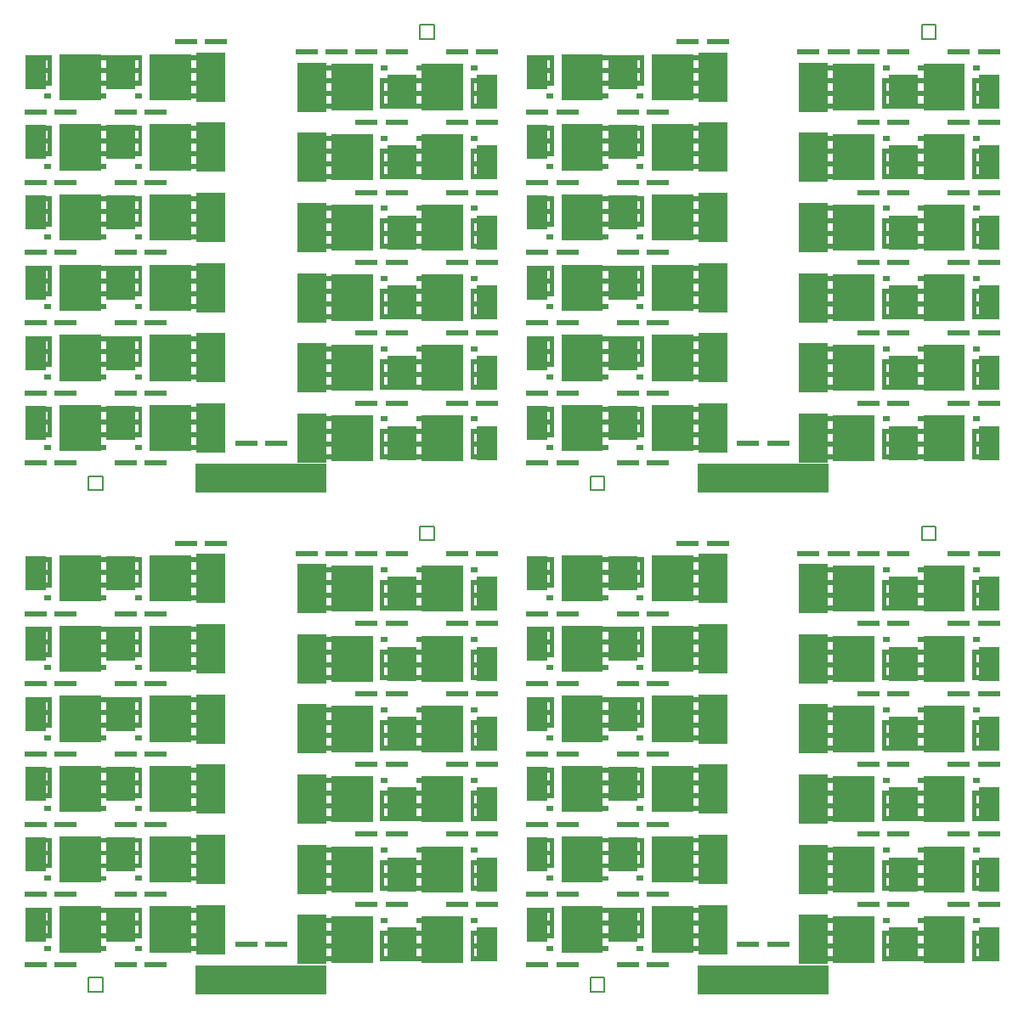
<source format=gbr>
%TF.GenerationSoftware,KiCad,Pcbnew,5.1.8*%
%TF.CreationDate,2020-11-10T00:50:46+08:00*%
%TF.ProjectId,FMESC-1-A-v0.2,464d4553-432d-4312-9d41-2d76302e322e,v0.2*%
%TF.SameCoordinates,Original*%
%TF.FileFunction,Soldermask,Top*%
%TF.FilePolarity,Negative*%
%FSLAX46Y46*%
G04 Gerber Fmt 4.6, Leading zero omitted, Abs format (unit mm)*
G04 Created by KiCad (PCBNEW 5.1.8) date 2020-11-10 00:50:46*
%MOMM*%
%LPD*%
G01*
G04 APERTURE LIST*
%ADD10C,0.200000*%
%ADD11R,3.000000X5.000000*%
%ADD12R,2.200000X0.560000*%
%ADD13R,2.000000X3.500000*%
%ADD14C,0.100000*%
%ADD15R,0.650000X0.500000*%
%ADD16R,3.000000X3.500000*%
%ADD17R,13.000000X3.000000*%
G04 APERTURE END LIST*
D10*
X132200000Y-91800000D02*
X132200000Y-93200000D01*
X82200000Y-91800000D02*
X82200000Y-93200000D01*
X132200000Y-41800000D02*
X132200000Y-43200000D01*
X132200000Y-93200000D02*
X130800000Y-93200000D01*
X82200000Y-93200000D02*
X80800000Y-93200000D01*
X132200000Y-43200000D02*
X130800000Y-43200000D01*
X130800000Y-93200000D02*
X130800000Y-91800000D01*
X80800000Y-93200000D02*
X80800000Y-91800000D01*
X130800000Y-43200000D02*
X130800000Y-41800000D01*
X130800000Y-91800000D02*
X132200000Y-91800000D01*
X80800000Y-91800000D02*
X82200000Y-91800000D01*
X130800000Y-41800000D02*
X132200000Y-41800000D01*
X99200000Y-136800000D02*
X99200000Y-138200000D01*
X49200000Y-136800000D02*
X49200000Y-138200000D01*
X99200000Y-86800000D02*
X99200000Y-88200000D01*
X97800000Y-138200000D02*
X97800000Y-136800000D01*
X47800000Y-138200000D02*
X47800000Y-136800000D01*
X97800000Y-88200000D02*
X97800000Y-86800000D01*
X99200000Y-138200000D02*
X97800000Y-138200000D01*
X49200000Y-138200000D02*
X47800000Y-138200000D01*
X99200000Y-88200000D02*
X97800000Y-88200000D01*
X97800000Y-136800000D02*
X99200000Y-136800000D01*
X47800000Y-136800000D02*
X49200000Y-136800000D01*
X97800000Y-86800000D02*
X99200000Y-86800000D01*
X47800000Y-86800000D02*
X49200000Y-86800000D01*
X49200000Y-88200000D02*
X47800000Y-88200000D01*
X47800000Y-88200000D02*
X47800000Y-86800000D01*
X49200000Y-86800000D02*
X49200000Y-88200000D01*
X80800000Y-41800000D02*
X82200000Y-41800000D01*
X80800000Y-43200000D02*
X80800000Y-41800000D01*
X82200000Y-43200000D02*
X80800000Y-43200000D01*
X82200000Y-41800000D02*
X82200000Y-43200000D01*
D11*
%TO.C,JB3*%
X120000000Y-119000000D03*
%TD*%
%TO.C,JB3*%
X70000000Y-119000000D03*
%TD*%
%TO.C,JB3*%
X120000000Y-69000000D03*
%TD*%
D12*
%TO.C,J20*%
X101500000Y-121500000D03*
X104500000Y-121500000D03*
%TD*%
%TO.C,J20*%
X51500000Y-121500000D03*
X54500000Y-121500000D03*
%TD*%
%TO.C,J20*%
X101500000Y-71500000D03*
X104500000Y-71500000D03*
%TD*%
%TO.C,J24*%
X101500000Y-135500000D03*
X104500000Y-135500000D03*
%TD*%
%TO.C,J24*%
X51500000Y-135500000D03*
X54500000Y-135500000D03*
%TD*%
%TO.C,J24*%
X101500000Y-85500000D03*
X104500000Y-85500000D03*
%TD*%
D13*
%TO.C,JG9*%
X92500000Y-110500000D03*
%TD*%
%TO.C,JG9*%
X42500000Y-110500000D03*
%TD*%
%TO.C,JG9*%
X92500000Y-60500000D03*
%TD*%
D11*
%TO.C,JB4*%
X120000000Y-112000000D03*
%TD*%
%TO.C,JB4*%
X70000000Y-112000000D03*
%TD*%
%TO.C,JB4*%
X120000000Y-62000000D03*
%TD*%
D13*
%TO.C,JG1*%
X137500000Y-133500000D03*
%TD*%
%TO.C,JG1*%
X87500000Y-133500000D03*
%TD*%
%TO.C,JG1*%
X137500000Y-83500000D03*
%TD*%
D11*
%TO.C,JB9*%
X110000000Y-111000000D03*
%TD*%
%TO.C,JB9*%
X60000000Y-111000000D03*
%TD*%
%TO.C,JB9*%
X110000000Y-61000000D03*
%TD*%
D12*
%TO.C,J21*%
X92500000Y-128500000D03*
X95500000Y-128500000D03*
%TD*%
%TO.C,J21*%
X42500000Y-128500000D03*
X45500000Y-128500000D03*
%TD*%
%TO.C,J21*%
X92500000Y-78500000D03*
X95500000Y-78500000D03*
%TD*%
D13*
%TO.C,JG3*%
X137500000Y-119500000D03*
%TD*%
%TO.C,JG3*%
X87500000Y-119500000D03*
%TD*%
%TO.C,JG3*%
X137500000Y-69500000D03*
%TD*%
D14*
%TO.C,Q6*%
G36*
X127575000Y-118115000D02*
G01*
X127575000Y-118615000D01*
X127250000Y-118615000D01*
X127250000Y-119385000D01*
X127575000Y-119385000D01*
X127575000Y-119885000D01*
X127250000Y-119885000D01*
X127250000Y-120655000D01*
X127575000Y-120655000D01*
X127575000Y-121155000D01*
X126850000Y-121155000D01*
X126850000Y-118115000D01*
X127575000Y-118115000D01*
G37*
D15*
X127250000Y-117095000D03*
D14*
G36*
X121980000Y-120655000D02*
G01*
X121980000Y-119885000D01*
X121425000Y-119885000D01*
X121425000Y-119385000D01*
X121980000Y-119385000D01*
X121980000Y-118615000D01*
X121425000Y-118615000D01*
X121425000Y-118115000D01*
X121980000Y-118115000D01*
X121980000Y-117345000D01*
X121425000Y-117345000D01*
X121425000Y-116845000D01*
X121980000Y-116845000D01*
X121980000Y-116700000D01*
X126100000Y-116700000D01*
X126100000Y-121300000D01*
X121980000Y-121300000D01*
X121980000Y-121155000D01*
X121425000Y-121155000D01*
X121425000Y-120655000D01*
X121980000Y-120655000D01*
G37*
%TD*%
%TO.C,Q6*%
G36*
X77575000Y-118115000D02*
G01*
X77575000Y-118615000D01*
X77250000Y-118615000D01*
X77250000Y-119385000D01*
X77575000Y-119385000D01*
X77575000Y-119885000D01*
X77250000Y-119885000D01*
X77250000Y-120655000D01*
X77575000Y-120655000D01*
X77575000Y-121155000D01*
X76850000Y-121155000D01*
X76850000Y-118115000D01*
X77575000Y-118115000D01*
G37*
D15*
X77250000Y-117095000D03*
D14*
G36*
X71980000Y-120655000D02*
G01*
X71980000Y-119885000D01*
X71425000Y-119885000D01*
X71425000Y-119385000D01*
X71980000Y-119385000D01*
X71980000Y-118615000D01*
X71425000Y-118615000D01*
X71425000Y-118115000D01*
X71980000Y-118115000D01*
X71980000Y-117345000D01*
X71425000Y-117345000D01*
X71425000Y-116845000D01*
X71980000Y-116845000D01*
X71980000Y-116700000D01*
X76100000Y-116700000D01*
X76100000Y-121300000D01*
X71980000Y-121300000D01*
X71980000Y-121155000D01*
X71425000Y-121155000D01*
X71425000Y-120655000D01*
X71980000Y-120655000D01*
G37*
%TD*%
%TO.C,Q6*%
G36*
X127575000Y-68115000D02*
G01*
X127575000Y-68615000D01*
X127250000Y-68615000D01*
X127250000Y-69385000D01*
X127575000Y-69385000D01*
X127575000Y-69885000D01*
X127250000Y-69885000D01*
X127250000Y-70655000D01*
X127575000Y-70655000D01*
X127575000Y-71155000D01*
X126850000Y-71155000D01*
X126850000Y-68115000D01*
X127575000Y-68115000D01*
G37*
D15*
X127250000Y-67095000D03*
D14*
G36*
X121980000Y-70655000D02*
G01*
X121980000Y-69885000D01*
X121425000Y-69885000D01*
X121425000Y-69385000D01*
X121980000Y-69385000D01*
X121980000Y-68615000D01*
X121425000Y-68615000D01*
X121425000Y-68115000D01*
X121980000Y-68115000D01*
X121980000Y-67345000D01*
X121425000Y-67345000D01*
X121425000Y-66845000D01*
X121980000Y-66845000D01*
X121980000Y-66700000D01*
X126100000Y-66700000D01*
X126100000Y-71300000D01*
X121980000Y-71300000D01*
X121980000Y-71155000D01*
X121425000Y-71155000D01*
X121425000Y-70655000D01*
X121980000Y-70655000D01*
G37*
%TD*%
D12*
%TO.C,J13*%
X92500000Y-100500000D03*
X95500000Y-100500000D03*
%TD*%
%TO.C,J13*%
X42500000Y-100500000D03*
X45500000Y-100500000D03*
%TD*%
%TO.C,J13*%
X92500000Y-50500000D03*
X95500000Y-50500000D03*
%TD*%
D11*
%TO.C,JB1*%
X120000000Y-133000000D03*
%TD*%
%TO.C,JB1*%
X70000000Y-133000000D03*
%TD*%
%TO.C,JB1*%
X120000000Y-83000000D03*
%TD*%
D12*
%TO.C,J19*%
X92500000Y-121500000D03*
X95500000Y-121500000D03*
%TD*%
%TO.C,J19*%
X42500000Y-121500000D03*
X45500000Y-121500000D03*
%TD*%
%TO.C,J19*%
X92500000Y-71500000D03*
X95500000Y-71500000D03*
%TD*%
D11*
%TO.C,JB8*%
X110000000Y-104000000D03*
%TD*%
%TO.C,JB8*%
X60000000Y-104000000D03*
%TD*%
%TO.C,JB8*%
X110000000Y-54000000D03*
%TD*%
%TO.C,JB6*%
X120000000Y-98000000D03*
%TD*%
%TO.C,JB6*%
X70000000Y-98000000D03*
%TD*%
%TO.C,JB6*%
X120000000Y-48000000D03*
%TD*%
D12*
%TO.C,J9*%
X137500000Y-101500000D03*
X134500000Y-101500000D03*
%TD*%
%TO.C,J9*%
X87500000Y-101500000D03*
X84500000Y-101500000D03*
%TD*%
%TO.C,J9*%
X137500000Y-51500000D03*
X134500000Y-51500000D03*
%TD*%
D16*
%TO.C,MB1*%
X129000000Y-126500000D03*
%TD*%
%TO.C,MB1*%
X79000000Y-126500000D03*
%TD*%
%TO.C,MB1*%
X129000000Y-76500000D03*
%TD*%
D13*
%TO.C,JG2*%
X137500000Y-126500000D03*
%TD*%
%TO.C,JG2*%
X87500000Y-126500000D03*
%TD*%
%TO.C,JG2*%
X137500000Y-76500000D03*
%TD*%
%TO.C,JG6*%
X137500000Y-98500000D03*
%TD*%
%TO.C,JG6*%
X87500000Y-98500000D03*
%TD*%
%TO.C,JG6*%
X137500000Y-48500000D03*
%TD*%
D12*
%TO.C,J7*%
X137500000Y-108500000D03*
X134500000Y-108500000D03*
%TD*%
%TO.C,J7*%
X87500000Y-108500000D03*
X84500000Y-108500000D03*
%TD*%
%TO.C,J7*%
X137500000Y-58500000D03*
X134500000Y-58500000D03*
%TD*%
D11*
%TO.C,JB11*%
X110000000Y-125000000D03*
%TD*%
%TO.C,JB11*%
X60000000Y-125000000D03*
%TD*%
%TO.C,JB11*%
X110000000Y-75000000D03*
%TD*%
D12*
%TO.C,J10*%
X128500000Y-101500000D03*
X125500000Y-101500000D03*
%TD*%
%TO.C,J10*%
X78500000Y-101500000D03*
X75500000Y-101500000D03*
%TD*%
%TO.C,J10*%
X128500000Y-51500000D03*
X125500000Y-51500000D03*
%TD*%
D16*
%TO.C,MC2*%
X129000000Y-98500000D03*
%TD*%
%TO.C,MC2*%
X79000000Y-98500000D03*
%TD*%
%TO.C,MC2*%
X129000000Y-48500000D03*
%TD*%
D12*
%TO.C,J6*%
X128500000Y-115500000D03*
X125500000Y-115500000D03*
%TD*%
%TO.C,J6*%
X78500000Y-115500000D03*
X75500000Y-115500000D03*
%TD*%
%TO.C,J6*%
X128500000Y-65500000D03*
X125500000Y-65500000D03*
%TD*%
D11*
%TO.C,JB5*%
X120000000Y-105000000D03*
%TD*%
%TO.C,JB5*%
X70000000Y-105000000D03*
%TD*%
%TO.C,JB5*%
X120000000Y-55000000D03*
%TD*%
D16*
%TO.C,MA4*%
X101000000Y-117500000D03*
%TD*%
%TO.C,MA4*%
X51000000Y-117500000D03*
%TD*%
%TO.C,MA4*%
X101000000Y-67500000D03*
%TD*%
D14*
%TO.C,Q4*%
G36*
X127575000Y-125115000D02*
G01*
X127575000Y-125615000D01*
X127250000Y-125615000D01*
X127250000Y-126385000D01*
X127575000Y-126385000D01*
X127575000Y-126885000D01*
X127250000Y-126885000D01*
X127250000Y-127655000D01*
X127575000Y-127655000D01*
X127575000Y-128155000D01*
X126850000Y-128155000D01*
X126850000Y-125115000D01*
X127575000Y-125115000D01*
G37*
D15*
X127250000Y-124095000D03*
D14*
G36*
X121980000Y-127655000D02*
G01*
X121980000Y-126885000D01*
X121425000Y-126885000D01*
X121425000Y-126385000D01*
X121980000Y-126385000D01*
X121980000Y-125615000D01*
X121425000Y-125615000D01*
X121425000Y-125115000D01*
X121980000Y-125115000D01*
X121980000Y-124345000D01*
X121425000Y-124345000D01*
X121425000Y-123845000D01*
X121980000Y-123845000D01*
X121980000Y-123700000D01*
X126100000Y-123700000D01*
X126100000Y-128300000D01*
X121980000Y-128300000D01*
X121980000Y-128155000D01*
X121425000Y-128155000D01*
X121425000Y-127655000D01*
X121980000Y-127655000D01*
G37*
%TD*%
%TO.C,Q4*%
G36*
X77575000Y-125115000D02*
G01*
X77575000Y-125615000D01*
X77250000Y-125615000D01*
X77250000Y-126385000D01*
X77575000Y-126385000D01*
X77575000Y-126885000D01*
X77250000Y-126885000D01*
X77250000Y-127655000D01*
X77575000Y-127655000D01*
X77575000Y-128155000D01*
X76850000Y-128155000D01*
X76850000Y-125115000D01*
X77575000Y-125115000D01*
G37*
D15*
X77250000Y-124095000D03*
D14*
G36*
X71980000Y-127655000D02*
G01*
X71980000Y-126885000D01*
X71425000Y-126885000D01*
X71425000Y-126385000D01*
X71980000Y-126385000D01*
X71980000Y-125615000D01*
X71425000Y-125615000D01*
X71425000Y-125115000D01*
X71980000Y-125115000D01*
X71980000Y-124345000D01*
X71425000Y-124345000D01*
X71425000Y-123845000D01*
X71980000Y-123845000D01*
X71980000Y-123700000D01*
X76100000Y-123700000D01*
X76100000Y-128300000D01*
X71980000Y-128300000D01*
X71980000Y-128155000D01*
X71425000Y-128155000D01*
X71425000Y-127655000D01*
X71980000Y-127655000D01*
G37*
%TD*%
%TO.C,Q4*%
G36*
X127575000Y-75115000D02*
G01*
X127575000Y-75615000D01*
X127250000Y-75615000D01*
X127250000Y-76385000D01*
X127575000Y-76385000D01*
X127575000Y-76885000D01*
X127250000Y-76885000D01*
X127250000Y-77655000D01*
X127575000Y-77655000D01*
X127575000Y-78155000D01*
X126850000Y-78155000D01*
X126850000Y-75115000D01*
X127575000Y-75115000D01*
G37*
D15*
X127250000Y-74095000D03*
D14*
G36*
X121980000Y-77655000D02*
G01*
X121980000Y-76885000D01*
X121425000Y-76885000D01*
X121425000Y-76385000D01*
X121980000Y-76385000D01*
X121980000Y-75615000D01*
X121425000Y-75615000D01*
X121425000Y-75115000D01*
X121980000Y-75115000D01*
X121980000Y-74345000D01*
X121425000Y-74345000D01*
X121425000Y-73845000D01*
X121980000Y-73845000D01*
X121980000Y-73700000D01*
X126100000Y-73700000D01*
X126100000Y-78300000D01*
X121980000Y-78300000D01*
X121980000Y-78155000D01*
X121425000Y-78155000D01*
X121425000Y-77655000D01*
X121980000Y-77655000D01*
G37*
%TD*%
%TO.C,Q7*%
G36*
X136575000Y-111115000D02*
G01*
X136575000Y-111615000D01*
X136250000Y-111615000D01*
X136250000Y-112385000D01*
X136575000Y-112385000D01*
X136575000Y-112885000D01*
X136250000Y-112885000D01*
X136250000Y-113655000D01*
X136575000Y-113655000D01*
X136575000Y-114155000D01*
X135850000Y-114155000D01*
X135850000Y-111115000D01*
X136575000Y-111115000D01*
G37*
D15*
X136250000Y-110095000D03*
D14*
G36*
X130980000Y-113655000D02*
G01*
X130980000Y-112885000D01*
X130425000Y-112885000D01*
X130425000Y-112385000D01*
X130980000Y-112385000D01*
X130980000Y-111615000D01*
X130425000Y-111615000D01*
X130425000Y-111115000D01*
X130980000Y-111115000D01*
X130980000Y-110345000D01*
X130425000Y-110345000D01*
X130425000Y-109845000D01*
X130980000Y-109845000D01*
X130980000Y-109700000D01*
X135100000Y-109700000D01*
X135100000Y-114300000D01*
X130980000Y-114300000D01*
X130980000Y-114155000D01*
X130425000Y-114155000D01*
X130425000Y-113655000D01*
X130980000Y-113655000D01*
G37*
%TD*%
%TO.C,Q7*%
G36*
X86575000Y-111115000D02*
G01*
X86575000Y-111615000D01*
X86250000Y-111615000D01*
X86250000Y-112385000D01*
X86575000Y-112385000D01*
X86575000Y-112885000D01*
X86250000Y-112885000D01*
X86250000Y-113655000D01*
X86575000Y-113655000D01*
X86575000Y-114155000D01*
X85850000Y-114155000D01*
X85850000Y-111115000D01*
X86575000Y-111115000D01*
G37*
D15*
X86250000Y-110095000D03*
D14*
G36*
X80980000Y-113655000D02*
G01*
X80980000Y-112885000D01*
X80425000Y-112885000D01*
X80425000Y-112385000D01*
X80980000Y-112385000D01*
X80980000Y-111615000D01*
X80425000Y-111615000D01*
X80425000Y-111115000D01*
X80980000Y-111115000D01*
X80980000Y-110345000D01*
X80425000Y-110345000D01*
X80425000Y-109845000D01*
X80980000Y-109845000D01*
X80980000Y-109700000D01*
X85100000Y-109700000D01*
X85100000Y-114300000D01*
X80980000Y-114300000D01*
X80980000Y-114155000D01*
X80425000Y-114155000D01*
X80425000Y-113655000D01*
X80980000Y-113655000D01*
G37*
%TD*%
%TO.C,Q7*%
G36*
X136575000Y-61115000D02*
G01*
X136575000Y-61615000D01*
X136250000Y-61615000D01*
X136250000Y-62385000D01*
X136575000Y-62385000D01*
X136575000Y-62885000D01*
X136250000Y-62885000D01*
X136250000Y-63655000D01*
X136575000Y-63655000D01*
X136575000Y-64155000D01*
X135850000Y-64155000D01*
X135850000Y-61115000D01*
X136575000Y-61115000D01*
G37*
D15*
X136250000Y-60095000D03*
D14*
G36*
X130980000Y-63655000D02*
G01*
X130980000Y-62885000D01*
X130425000Y-62885000D01*
X130425000Y-62385000D01*
X130980000Y-62385000D01*
X130980000Y-61615000D01*
X130425000Y-61615000D01*
X130425000Y-61115000D01*
X130980000Y-61115000D01*
X130980000Y-60345000D01*
X130425000Y-60345000D01*
X130425000Y-59845000D01*
X130980000Y-59845000D01*
X130980000Y-59700000D01*
X135100000Y-59700000D01*
X135100000Y-64300000D01*
X130980000Y-64300000D01*
X130980000Y-64155000D01*
X130425000Y-64155000D01*
X130425000Y-63655000D01*
X130980000Y-63655000D01*
G37*
%TD*%
%TO.C,Q8*%
G36*
X127575000Y-111115000D02*
G01*
X127575000Y-111615000D01*
X127250000Y-111615000D01*
X127250000Y-112385000D01*
X127575000Y-112385000D01*
X127575000Y-112885000D01*
X127250000Y-112885000D01*
X127250000Y-113655000D01*
X127575000Y-113655000D01*
X127575000Y-114155000D01*
X126850000Y-114155000D01*
X126850000Y-111115000D01*
X127575000Y-111115000D01*
G37*
D15*
X127250000Y-110095000D03*
D14*
G36*
X121980000Y-113655000D02*
G01*
X121980000Y-112885000D01*
X121425000Y-112885000D01*
X121425000Y-112385000D01*
X121980000Y-112385000D01*
X121980000Y-111615000D01*
X121425000Y-111615000D01*
X121425000Y-111115000D01*
X121980000Y-111115000D01*
X121980000Y-110345000D01*
X121425000Y-110345000D01*
X121425000Y-109845000D01*
X121980000Y-109845000D01*
X121980000Y-109700000D01*
X126100000Y-109700000D01*
X126100000Y-114300000D01*
X121980000Y-114300000D01*
X121980000Y-114155000D01*
X121425000Y-114155000D01*
X121425000Y-113655000D01*
X121980000Y-113655000D01*
G37*
%TD*%
%TO.C,Q8*%
G36*
X77575000Y-111115000D02*
G01*
X77575000Y-111615000D01*
X77250000Y-111615000D01*
X77250000Y-112385000D01*
X77575000Y-112385000D01*
X77575000Y-112885000D01*
X77250000Y-112885000D01*
X77250000Y-113655000D01*
X77575000Y-113655000D01*
X77575000Y-114155000D01*
X76850000Y-114155000D01*
X76850000Y-111115000D01*
X77575000Y-111115000D01*
G37*
D15*
X77250000Y-110095000D03*
D14*
G36*
X71980000Y-113655000D02*
G01*
X71980000Y-112885000D01*
X71425000Y-112885000D01*
X71425000Y-112385000D01*
X71980000Y-112385000D01*
X71980000Y-111615000D01*
X71425000Y-111615000D01*
X71425000Y-111115000D01*
X71980000Y-111115000D01*
X71980000Y-110345000D01*
X71425000Y-110345000D01*
X71425000Y-109845000D01*
X71980000Y-109845000D01*
X71980000Y-109700000D01*
X76100000Y-109700000D01*
X76100000Y-114300000D01*
X71980000Y-114300000D01*
X71980000Y-114155000D01*
X71425000Y-114155000D01*
X71425000Y-113655000D01*
X71980000Y-113655000D01*
G37*
%TD*%
%TO.C,Q8*%
G36*
X127575000Y-61115000D02*
G01*
X127575000Y-61615000D01*
X127250000Y-61615000D01*
X127250000Y-62385000D01*
X127575000Y-62385000D01*
X127575000Y-62885000D01*
X127250000Y-62885000D01*
X127250000Y-63655000D01*
X127575000Y-63655000D01*
X127575000Y-64155000D01*
X126850000Y-64155000D01*
X126850000Y-61115000D01*
X127575000Y-61115000D01*
G37*
D15*
X127250000Y-60095000D03*
D14*
G36*
X121980000Y-63655000D02*
G01*
X121980000Y-62885000D01*
X121425000Y-62885000D01*
X121425000Y-62385000D01*
X121980000Y-62385000D01*
X121980000Y-61615000D01*
X121425000Y-61615000D01*
X121425000Y-61115000D01*
X121980000Y-61115000D01*
X121980000Y-60345000D01*
X121425000Y-60345000D01*
X121425000Y-59845000D01*
X121980000Y-59845000D01*
X121980000Y-59700000D01*
X126100000Y-59700000D01*
X126100000Y-64300000D01*
X121980000Y-64300000D01*
X121980000Y-64155000D01*
X121425000Y-64155000D01*
X121425000Y-63655000D01*
X121980000Y-63655000D01*
G37*
%TD*%
D16*
%TO.C,MC3*%
X101000000Y-110500000D03*
%TD*%
%TO.C,MC3*%
X51000000Y-110500000D03*
%TD*%
%TO.C,MC3*%
X101000000Y-60500000D03*
%TD*%
D12*
%TO.C,J8*%
X128500000Y-108500000D03*
X125500000Y-108500000D03*
%TD*%
%TO.C,J8*%
X78500000Y-108500000D03*
X75500000Y-108500000D03*
%TD*%
%TO.C,J8*%
X128500000Y-58500000D03*
X125500000Y-58500000D03*
%TD*%
D16*
%TO.C,MB3*%
X101000000Y-103500000D03*
%TD*%
%TO.C,MB3*%
X51000000Y-103500000D03*
%TD*%
%TO.C,MB3*%
X101000000Y-53500000D03*
%TD*%
%TO.C,MA3*%
X101000000Y-96500000D03*
%TD*%
%TO.C,MA3*%
X51000000Y-96500000D03*
%TD*%
%TO.C,MA3*%
X101000000Y-46500000D03*
%TD*%
D13*
%TO.C,JG4*%
X137500000Y-112500000D03*
%TD*%
%TO.C,JG4*%
X87500000Y-112500000D03*
%TD*%
%TO.C,JG4*%
X137500000Y-62500000D03*
%TD*%
D16*
%TO.C,MA1*%
X129000000Y-133500000D03*
%TD*%
%TO.C,MA1*%
X79000000Y-133500000D03*
%TD*%
%TO.C,MA1*%
X129000000Y-83500000D03*
%TD*%
D14*
%TO.C,Q24*%
G36*
X102425000Y-132885000D02*
G01*
X102425000Y-132385000D01*
X102750000Y-132385000D01*
X102750000Y-131615000D01*
X102425000Y-131615000D01*
X102425000Y-131115000D01*
X102750000Y-131115000D01*
X102750000Y-130345000D01*
X102425000Y-130345000D01*
X102425000Y-129845000D01*
X103150000Y-129845000D01*
X103150000Y-132885000D01*
X102425000Y-132885000D01*
G37*
D15*
X102750000Y-133905000D03*
D14*
G36*
X108020000Y-130345000D02*
G01*
X108020000Y-131115000D01*
X108575000Y-131115000D01*
X108575000Y-131615000D01*
X108020000Y-131615000D01*
X108020000Y-132385000D01*
X108575000Y-132385000D01*
X108575000Y-132885000D01*
X108020000Y-132885000D01*
X108020000Y-133655000D01*
X108575000Y-133655000D01*
X108575000Y-134155000D01*
X108020000Y-134155000D01*
X108020000Y-134300000D01*
X103900000Y-134300000D01*
X103900000Y-129700000D01*
X108020000Y-129700000D01*
X108020000Y-129845000D01*
X108575000Y-129845000D01*
X108575000Y-130345000D01*
X108020000Y-130345000D01*
G37*
%TD*%
%TO.C,Q24*%
G36*
X52425000Y-132885000D02*
G01*
X52425000Y-132385000D01*
X52750000Y-132385000D01*
X52750000Y-131615000D01*
X52425000Y-131615000D01*
X52425000Y-131115000D01*
X52750000Y-131115000D01*
X52750000Y-130345000D01*
X52425000Y-130345000D01*
X52425000Y-129845000D01*
X53150000Y-129845000D01*
X53150000Y-132885000D01*
X52425000Y-132885000D01*
G37*
D15*
X52750000Y-133905000D03*
D14*
G36*
X58020000Y-130345000D02*
G01*
X58020000Y-131115000D01*
X58575000Y-131115000D01*
X58575000Y-131615000D01*
X58020000Y-131615000D01*
X58020000Y-132385000D01*
X58575000Y-132385000D01*
X58575000Y-132885000D01*
X58020000Y-132885000D01*
X58020000Y-133655000D01*
X58575000Y-133655000D01*
X58575000Y-134155000D01*
X58020000Y-134155000D01*
X58020000Y-134300000D01*
X53900000Y-134300000D01*
X53900000Y-129700000D01*
X58020000Y-129700000D01*
X58020000Y-129845000D01*
X58575000Y-129845000D01*
X58575000Y-130345000D01*
X58020000Y-130345000D01*
G37*
%TD*%
%TO.C,Q24*%
G36*
X102425000Y-82885000D02*
G01*
X102425000Y-82385000D01*
X102750000Y-82385000D01*
X102750000Y-81615000D01*
X102425000Y-81615000D01*
X102425000Y-81115000D01*
X102750000Y-81115000D01*
X102750000Y-80345000D01*
X102425000Y-80345000D01*
X102425000Y-79845000D01*
X103150000Y-79845000D01*
X103150000Y-82885000D01*
X102425000Y-82885000D01*
G37*
D15*
X102750000Y-83905000D03*
D14*
G36*
X108020000Y-80345000D02*
G01*
X108020000Y-81115000D01*
X108575000Y-81115000D01*
X108575000Y-81615000D01*
X108020000Y-81615000D01*
X108020000Y-82385000D01*
X108575000Y-82385000D01*
X108575000Y-82885000D01*
X108020000Y-82885000D01*
X108020000Y-83655000D01*
X108575000Y-83655000D01*
X108575000Y-84155000D01*
X108020000Y-84155000D01*
X108020000Y-84300000D01*
X103900000Y-84300000D01*
X103900000Y-79700000D01*
X108020000Y-79700000D01*
X108020000Y-79845000D01*
X108575000Y-79845000D01*
X108575000Y-80345000D01*
X108020000Y-80345000D01*
G37*
%TD*%
%TO.C,Q23*%
G36*
X93425000Y-132885000D02*
G01*
X93425000Y-132385000D01*
X93750000Y-132385000D01*
X93750000Y-131615000D01*
X93425000Y-131615000D01*
X93425000Y-131115000D01*
X93750000Y-131115000D01*
X93750000Y-130345000D01*
X93425000Y-130345000D01*
X93425000Y-129845000D01*
X94150000Y-129845000D01*
X94150000Y-132885000D01*
X93425000Y-132885000D01*
G37*
D15*
X93750000Y-133905000D03*
D14*
G36*
X99020000Y-130345000D02*
G01*
X99020000Y-131115000D01*
X99575000Y-131115000D01*
X99575000Y-131615000D01*
X99020000Y-131615000D01*
X99020000Y-132385000D01*
X99575000Y-132385000D01*
X99575000Y-132885000D01*
X99020000Y-132885000D01*
X99020000Y-133655000D01*
X99575000Y-133655000D01*
X99575000Y-134155000D01*
X99020000Y-134155000D01*
X99020000Y-134300000D01*
X94900000Y-134300000D01*
X94900000Y-129700000D01*
X99020000Y-129700000D01*
X99020000Y-129845000D01*
X99575000Y-129845000D01*
X99575000Y-130345000D01*
X99020000Y-130345000D01*
G37*
%TD*%
%TO.C,Q23*%
G36*
X43425000Y-132885000D02*
G01*
X43425000Y-132385000D01*
X43750000Y-132385000D01*
X43750000Y-131615000D01*
X43425000Y-131615000D01*
X43425000Y-131115000D01*
X43750000Y-131115000D01*
X43750000Y-130345000D01*
X43425000Y-130345000D01*
X43425000Y-129845000D01*
X44150000Y-129845000D01*
X44150000Y-132885000D01*
X43425000Y-132885000D01*
G37*
D15*
X43750000Y-133905000D03*
D14*
G36*
X49020000Y-130345000D02*
G01*
X49020000Y-131115000D01*
X49575000Y-131115000D01*
X49575000Y-131615000D01*
X49020000Y-131615000D01*
X49020000Y-132385000D01*
X49575000Y-132385000D01*
X49575000Y-132885000D01*
X49020000Y-132885000D01*
X49020000Y-133655000D01*
X49575000Y-133655000D01*
X49575000Y-134155000D01*
X49020000Y-134155000D01*
X49020000Y-134300000D01*
X44900000Y-134300000D01*
X44900000Y-129700000D01*
X49020000Y-129700000D01*
X49020000Y-129845000D01*
X49575000Y-129845000D01*
X49575000Y-130345000D01*
X49020000Y-130345000D01*
G37*
%TD*%
%TO.C,Q23*%
G36*
X93425000Y-82885000D02*
G01*
X93425000Y-82385000D01*
X93750000Y-82385000D01*
X93750000Y-81615000D01*
X93425000Y-81615000D01*
X93425000Y-81115000D01*
X93750000Y-81115000D01*
X93750000Y-80345000D01*
X93425000Y-80345000D01*
X93425000Y-79845000D01*
X94150000Y-79845000D01*
X94150000Y-82885000D01*
X93425000Y-82885000D01*
G37*
D15*
X93750000Y-83905000D03*
D14*
G36*
X99020000Y-80345000D02*
G01*
X99020000Y-81115000D01*
X99575000Y-81115000D01*
X99575000Y-81615000D01*
X99020000Y-81615000D01*
X99020000Y-82385000D01*
X99575000Y-82385000D01*
X99575000Y-82885000D01*
X99020000Y-82885000D01*
X99020000Y-83655000D01*
X99575000Y-83655000D01*
X99575000Y-84155000D01*
X99020000Y-84155000D01*
X99020000Y-84300000D01*
X94900000Y-84300000D01*
X94900000Y-79700000D01*
X99020000Y-79700000D01*
X99020000Y-79845000D01*
X99575000Y-79845000D01*
X99575000Y-80345000D01*
X99020000Y-80345000D01*
G37*
%TD*%
D12*
%TO.C,J4*%
X128500000Y-122500000D03*
X125500000Y-122500000D03*
%TD*%
%TO.C,J4*%
X78500000Y-122500000D03*
X75500000Y-122500000D03*
%TD*%
%TO.C,J4*%
X128500000Y-72500000D03*
X125500000Y-72500000D03*
%TD*%
D16*
%TO.C,MB2*%
X129000000Y-105500000D03*
%TD*%
%TO.C,MB2*%
X79000000Y-105500000D03*
%TD*%
%TO.C,MB2*%
X129000000Y-55500000D03*
%TD*%
%TO.C,MB4*%
X101000000Y-124500000D03*
%TD*%
%TO.C,MB4*%
X51000000Y-124500000D03*
%TD*%
%TO.C,MB4*%
X101000000Y-74500000D03*
%TD*%
D14*
%TO.C,Q9*%
G36*
X136575000Y-104115000D02*
G01*
X136575000Y-104615000D01*
X136250000Y-104615000D01*
X136250000Y-105385000D01*
X136575000Y-105385000D01*
X136575000Y-105885000D01*
X136250000Y-105885000D01*
X136250000Y-106655000D01*
X136575000Y-106655000D01*
X136575000Y-107155000D01*
X135850000Y-107155000D01*
X135850000Y-104115000D01*
X136575000Y-104115000D01*
G37*
D15*
X136250000Y-103095000D03*
D14*
G36*
X130980000Y-106655000D02*
G01*
X130980000Y-105885000D01*
X130425000Y-105885000D01*
X130425000Y-105385000D01*
X130980000Y-105385000D01*
X130980000Y-104615000D01*
X130425000Y-104615000D01*
X130425000Y-104115000D01*
X130980000Y-104115000D01*
X130980000Y-103345000D01*
X130425000Y-103345000D01*
X130425000Y-102845000D01*
X130980000Y-102845000D01*
X130980000Y-102700000D01*
X135100000Y-102700000D01*
X135100000Y-107300000D01*
X130980000Y-107300000D01*
X130980000Y-107155000D01*
X130425000Y-107155000D01*
X130425000Y-106655000D01*
X130980000Y-106655000D01*
G37*
%TD*%
%TO.C,Q9*%
G36*
X86575000Y-104115000D02*
G01*
X86575000Y-104615000D01*
X86250000Y-104615000D01*
X86250000Y-105385000D01*
X86575000Y-105385000D01*
X86575000Y-105885000D01*
X86250000Y-105885000D01*
X86250000Y-106655000D01*
X86575000Y-106655000D01*
X86575000Y-107155000D01*
X85850000Y-107155000D01*
X85850000Y-104115000D01*
X86575000Y-104115000D01*
G37*
D15*
X86250000Y-103095000D03*
D14*
G36*
X80980000Y-106655000D02*
G01*
X80980000Y-105885000D01*
X80425000Y-105885000D01*
X80425000Y-105385000D01*
X80980000Y-105385000D01*
X80980000Y-104615000D01*
X80425000Y-104615000D01*
X80425000Y-104115000D01*
X80980000Y-104115000D01*
X80980000Y-103345000D01*
X80425000Y-103345000D01*
X80425000Y-102845000D01*
X80980000Y-102845000D01*
X80980000Y-102700000D01*
X85100000Y-102700000D01*
X85100000Y-107300000D01*
X80980000Y-107300000D01*
X80980000Y-107155000D01*
X80425000Y-107155000D01*
X80425000Y-106655000D01*
X80980000Y-106655000D01*
G37*
%TD*%
%TO.C,Q9*%
G36*
X136575000Y-54115000D02*
G01*
X136575000Y-54615000D01*
X136250000Y-54615000D01*
X136250000Y-55385000D01*
X136575000Y-55385000D01*
X136575000Y-55885000D01*
X136250000Y-55885000D01*
X136250000Y-56655000D01*
X136575000Y-56655000D01*
X136575000Y-57155000D01*
X135850000Y-57155000D01*
X135850000Y-54115000D01*
X136575000Y-54115000D01*
G37*
D15*
X136250000Y-53095000D03*
D14*
G36*
X130980000Y-56655000D02*
G01*
X130980000Y-55885000D01*
X130425000Y-55885000D01*
X130425000Y-55385000D01*
X130980000Y-55385000D01*
X130980000Y-54615000D01*
X130425000Y-54615000D01*
X130425000Y-54115000D01*
X130980000Y-54115000D01*
X130980000Y-53345000D01*
X130425000Y-53345000D01*
X130425000Y-52845000D01*
X130980000Y-52845000D01*
X130980000Y-52700000D01*
X135100000Y-52700000D01*
X135100000Y-57300000D01*
X130980000Y-57300000D01*
X130980000Y-57155000D01*
X130425000Y-57155000D01*
X130425000Y-56655000D01*
X130980000Y-56655000D01*
G37*
%TD*%
D12*
%TO.C,J18*%
X101500000Y-114500000D03*
X104500000Y-114500000D03*
%TD*%
%TO.C,J18*%
X51500000Y-114500000D03*
X54500000Y-114500000D03*
%TD*%
%TO.C,J18*%
X101500000Y-64500000D03*
X104500000Y-64500000D03*
%TD*%
D13*
%TO.C,JG7*%
X92500000Y-96500000D03*
%TD*%
%TO.C,JG7*%
X42500000Y-96500000D03*
%TD*%
%TO.C,JG7*%
X92500000Y-46500000D03*
%TD*%
%TO.C,JG8*%
X92500000Y-103500000D03*
%TD*%
%TO.C,JG8*%
X42500000Y-103500000D03*
%TD*%
%TO.C,JG8*%
X92500000Y-53500000D03*
%TD*%
D12*
%TO.C,J1*%
X137500000Y-129500000D03*
X134500000Y-129500000D03*
%TD*%
%TO.C,J1*%
X87500000Y-129500000D03*
X84500000Y-129500000D03*
%TD*%
%TO.C,J1*%
X137500000Y-79500000D03*
X134500000Y-79500000D03*
%TD*%
D11*
%TO.C,JB7*%
X110000000Y-97000000D03*
%TD*%
%TO.C,JB7*%
X60000000Y-97000000D03*
%TD*%
%TO.C,JB7*%
X110000000Y-47000000D03*
%TD*%
D12*
%TO.C,J14*%
X101500000Y-100500000D03*
X104500000Y-100500000D03*
%TD*%
%TO.C,J14*%
X51500000Y-100500000D03*
X54500000Y-100500000D03*
%TD*%
%TO.C,J14*%
X101500000Y-50500000D03*
X104500000Y-50500000D03*
%TD*%
%TO.C,J23*%
X92500000Y-135500000D03*
X95500000Y-135500000D03*
%TD*%
%TO.C,J23*%
X42500000Y-135500000D03*
X45500000Y-135500000D03*
%TD*%
%TO.C,J23*%
X92500000Y-85500000D03*
X95500000Y-85500000D03*
%TD*%
%TO.C,JT3*%
X113500000Y-133500000D03*
X116500000Y-133500000D03*
%TD*%
%TO.C,JT3*%
X63500000Y-133500000D03*
X66500000Y-133500000D03*
%TD*%
%TO.C,JT3*%
X113500000Y-83500000D03*
X116500000Y-83500000D03*
%TD*%
D14*
%TO.C,Q20*%
G36*
X102425000Y-118885000D02*
G01*
X102425000Y-118385000D01*
X102750000Y-118385000D01*
X102750000Y-117615000D01*
X102425000Y-117615000D01*
X102425000Y-117115000D01*
X102750000Y-117115000D01*
X102750000Y-116345000D01*
X102425000Y-116345000D01*
X102425000Y-115845000D01*
X103150000Y-115845000D01*
X103150000Y-118885000D01*
X102425000Y-118885000D01*
G37*
D15*
X102750000Y-119905000D03*
D14*
G36*
X108020000Y-116345000D02*
G01*
X108020000Y-117115000D01*
X108575000Y-117115000D01*
X108575000Y-117615000D01*
X108020000Y-117615000D01*
X108020000Y-118385000D01*
X108575000Y-118385000D01*
X108575000Y-118885000D01*
X108020000Y-118885000D01*
X108020000Y-119655000D01*
X108575000Y-119655000D01*
X108575000Y-120155000D01*
X108020000Y-120155000D01*
X108020000Y-120300000D01*
X103900000Y-120300000D01*
X103900000Y-115700000D01*
X108020000Y-115700000D01*
X108020000Y-115845000D01*
X108575000Y-115845000D01*
X108575000Y-116345000D01*
X108020000Y-116345000D01*
G37*
%TD*%
%TO.C,Q20*%
G36*
X52425000Y-118885000D02*
G01*
X52425000Y-118385000D01*
X52750000Y-118385000D01*
X52750000Y-117615000D01*
X52425000Y-117615000D01*
X52425000Y-117115000D01*
X52750000Y-117115000D01*
X52750000Y-116345000D01*
X52425000Y-116345000D01*
X52425000Y-115845000D01*
X53150000Y-115845000D01*
X53150000Y-118885000D01*
X52425000Y-118885000D01*
G37*
D15*
X52750000Y-119905000D03*
D14*
G36*
X58020000Y-116345000D02*
G01*
X58020000Y-117115000D01*
X58575000Y-117115000D01*
X58575000Y-117615000D01*
X58020000Y-117615000D01*
X58020000Y-118385000D01*
X58575000Y-118385000D01*
X58575000Y-118885000D01*
X58020000Y-118885000D01*
X58020000Y-119655000D01*
X58575000Y-119655000D01*
X58575000Y-120155000D01*
X58020000Y-120155000D01*
X58020000Y-120300000D01*
X53900000Y-120300000D01*
X53900000Y-115700000D01*
X58020000Y-115700000D01*
X58020000Y-115845000D01*
X58575000Y-115845000D01*
X58575000Y-116345000D01*
X58020000Y-116345000D01*
G37*
%TD*%
%TO.C,Q20*%
G36*
X102425000Y-68885000D02*
G01*
X102425000Y-68385000D01*
X102750000Y-68385000D01*
X102750000Y-67615000D01*
X102425000Y-67615000D01*
X102425000Y-67115000D01*
X102750000Y-67115000D01*
X102750000Y-66345000D01*
X102425000Y-66345000D01*
X102425000Y-65845000D01*
X103150000Y-65845000D01*
X103150000Y-68885000D01*
X102425000Y-68885000D01*
G37*
D15*
X102750000Y-69905000D03*
D14*
G36*
X108020000Y-66345000D02*
G01*
X108020000Y-67115000D01*
X108575000Y-67115000D01*
X108575000Y-67615000D01*
X108020000Y-67615000D01*
X108020000Y-68385000D01*
X108575000Y-68385000D01*
X108575000Y-68885000D01*
X108020000Y-68885000D01*
X108020000Y-69655000D01*
X108575000Y-69655000D01*
X108575000Y-70155000D01*
X108020000Y-70155000D01*
X108020000Y-70300000D01*
X103900000Y-70300000D01*
X103900000Y-65700000D01*
X108020000Y-65700000D01*
X108020000Y-65845000D01*
X108575000Y-65845000D01*
X108575000Y-66345000D01*
X108020000Y-66345000D01*
G37*
%TD*%
%TO.C,Q21*%
G36*
X93425000Y-125885000D02*
G01*
X93425000Y-125385000D01*
X93750000Y-125385000D01*
X93750000Y-124615000D01*
X93425000Y-124615000D01*
X93425000Y-124115000D01*
X93750000Y-124115000D01*
X93750000Y-123345000D01*
X93425000Y-123345000D01*
X93425000Y-122845000D01*
X94150000Y-122845000D01*
X94150000Y-125885000D01*
X93425000Y-125885000D01*
G37*
D15*
X93750000Y-126905000D03*
D14*
G36*
X99020000Y-123345000D02*
G01*
X99020000Y-124115000D01*
X99575000Y-124115000D01*
X99575000Y-124615000D01*
X99020000Y-124615000D01*
X99020000Y-125385000D01*
X99575000Y-125385000D01*
X99575000Y-125885000D01*
X99020000Y-125885000D01*
X99020000Y-126655000D01*
X99575000Y-126655000D01*
X99575000Y-127155000D01*
X99020000Y-127155000D01*
X99020000Y-127300000D01*
X94900000Y-127300000D01*
X94900000Y-122700000D01*
X99020000Y-122700000D01*
X99020000Y-122845000D01*
X99575000Y-122845000D01*
X99575000Y-123345000D01*
X99020000Y-123345000D01*
G37*
%TD*%
%TO.C,Q21*%
G36*
X43425000Y-125885000D02*
G01*
X43425000Y-125385000D01*
X43750000Y-125385000D01*
X43750000Y-124615000D01*
X43425000Y-124615000D01*
X43425000Y-124115000D01*
X43750000Y-124115000D01*
X43750000Y-123345000D01*
X43425000Y-123345000D01*
X43425000Y-122845000D01*
X44150000Y-122845000D01*
X44150000Y-125885000D01*
X43425000Y-125885000D01*
G37*
D15*
X43750000Y-126905000D03*
D14*
G36*
X49020000Y-123345000D02*
G01*
X49020000Y-124115000D01*
X49575000Y-124115000D01*
X49575000Y-124615000D01*
X49020000Y-124615000D01*
X49020000Y-125385000D01*
X49575000Y-125385000D01*
X49575000Y-125885000D01*
X49020000Y-125885000D01*
X49020000Y-126655000D01*
X49575000Y-126655000D01*
X49575000Y-127155000D01*
X49020000Y-127155000D01*
X49020000Y-127300000D01*
X44900000Y-127300000D01*
X44900000Y-122700000D01*
X49020000Y-122700000D01*
X49020000Y-122845000D01*
X49575000Y-122845000D01*
X49575000Y-123345000D01*
X49020000Y-123345000D01*
G37*
%TD*%
%TO.C,Q21*%
G36*
X93425000Y-75885000D02*
G01*
X93425000Y-75385000D01*
X93750000Y-75385000D01*
X93750000Y-74615000D01*
X93425000Y-74615000D01*
X93425000Y-74115000D01*
X93750000Y-74115000D01*
X93750000Y-73345000D01*
X93425000Y-73345000D01*
X93425000Y-72845000D01*
X94150000Y-72845000D01*
X94150000Y-75885000D01*
X93425000Y-75885000D01*
G37*
D15*
X93750000Y-76905000D03*
D14*
G36*
X99020000Y-73345000D02*
G01*
X99020000Y-74115000D01*
X99575000Y-74115000D01*
X99575000Y-74615000D01*
X99020000Y-74615000D01*
X99020000Y-75385000D01*
X99575000Y-75385000D01*
X99575000Y-75885000D01*
X99020000Y-75885000D01*
X99020000Y-76655000D01*
X99575000Y-76655000D01*
X99575000Y-77155000D01*
X99020000Y-77155000D01*
X99020000Y-77300000D01*
X94900000Y-77300000D01*
X94900000Y-72700000D01*
X99020000Y-72700000D01*
X99020000Y-72845000D01*
X99575000Y-72845000D01*
X99575000Y-73345000D01*
X99020000Y-73345000D01*
G37*
%TD*%
%TO.C,Q22*%
G36*
X102425000Y-125885000D02*
G01*
X102425000Y-125385000D01*
X102750000Y-125385000D01*
X102750000Y-124615000D01*
X102425000Y-124615000D01*
X102425000Y-124115000D01*
X102750000Y-124115000D01*
X102750000Y-123345000D01*
X102425000Y-123345000D01*
X102425000Y-122845000D01*
X103150000Y-122845000D01*
X103150000Y-125885000D01*
X102425000Y-125885000D01*
G37*
D15*
X102750000Y-126905000D03*
D14*
G36*
X108020000Y-123345000D02*
G01*
X108020000Y-124115000D01*
X108575000Y-124115000D01*
X108575000Y-124615000D01*
X108020000Y-124615000D01*
X108020000Y-125385000D01*
X108575000Y-125385000D01*
X108575000Y-125885000D01*
X108020000Y-125885000D01*
X108020000Y-126655000D01*
X108575000Y-126655000D01*
X108575000Y-127155000D01*
X108020000Y-127155000D01*
X108020000Y-127300000D01*
X103900000Y-127300000D01*
X103900000Y-122700000D01*
X108020000Y-122700000D01*
X108020000Y-122845000D01*
X108575000Y-122845000D01*
X108575000Y-123345000D01*
X108020000Y-123345000D01*
G37*
%TD*%
%TO.C,Q22*%
G36*
X52425000Y-125885000D02*
G01*
X52425000Y-125385000D01*
X52750000Y-125385000D01*
X52750000Y-124615000D01*
X52425000Y-124615000D01*
X52425000Y-124115000D01*
X52750000Y-124115000D01*
X52750000Y-123345000D01*
X52425000Y-123345000D01*
X52425000Y-122845000D01*
X53150000Y-122845000D01*
X53150000Y-125885000D01*
X52425000Y-125885000D01*
G37*
D15*
X52750000Y-126905000D03*
D14*
G36*
X58020000Y-123345000D02*
G01*
X58020000Y-124115000D01*
X58575000Y-124115000D01*
X58575000Y-124615000D01*
X58020000Y-124615000D01*
X58020000Y-125385000D01*
X58575000Y-125385000D01*
X58575000Y-125885000D01*
X58020000Y-125885000D01*
X58020000Y-126655000D01*
X58575000Y-126655000D01*
X58575000Y-127155000D01*
X58020000Y-127155000D01*
X58020000Y-127300000D01*
X53900000Y-127300000D01*
X53900000Y-122700000D01*
X58020000Y-122700000D01*
X58020000Y-122845000D01*
X58575000Y-122845000D01*
X58575000Y-123345000D01*
X58020000Y-123345000D01*
G37*
%TD*%
%TO.C,Q22*%
G36*
X102425000Y-75885000D02*
G01*
X102425000Y-75385000D01*
X102750000Y-75385000D01*
X102750000Y-74615000D01*
X102425000Y-74615000D01*
X102425000Y-74115000D01*
X102750000Y-74115000D01*
X102750000Y-73345000D01*
X102425000Y-73345000D01*
X102425000Y-72845000D01*
X103150000Y-72845000D01*
X103150000Y-75885000D01*
X102425000Y-75885000D01*
G37*
D15*
X102750000Y-76905000D03*
D14*
G36*
X108020000Y-73345000D02*
G01*
X108020000Y-74115000D01*
X108575000Y-74115000D01*
X108575000Y-74615000D01*
X108020000Y-74615000D01*
X108020000Y-75385000D01*
X108575000Y-75385000D01*
X108575000Y-75885000D01*
X108020000Y-75885000D01*
X108020000Y-76655000D01*
X108575000Y-76655000D01*
X108575000Y-77155000D01*
X108020000Y-77155000D01*
X108020000Y-77300000D01*
X103900000Y-77300000D01*
X103900000Y-72700000D01*
X108020000Y-72700000D01*
X108020000Y-72845000D01*
X108575000Y-72845000D01*
X108575000Y-73345000D01*
X108020000Y-73345000D01*
G37*
%TD*%
%TO.C,Q5*%
G36*
X136575000Y-118115000D02*
G01*
X136575000Y-118615000D01*
X136250000Y-118615000D01*
X136250000Y-119385000D01*
X136575000Y-119385000D01*
X136575000Y-119885000D01*
X136250000Y-119885000D01*
X136250000Y-120655000D01*
X136575000Y-120655000D01*
X136575000Y-121155000D01*
X135850000Y-121155000D01*
X135850000Y-118115000D01*
X136575000Y-118115000D01*
G37*
D15*
X136250000Y-117095000D03*
D14*
G36*
X130980000Y-120655000D02*
G01*
X130980000Y-119885000D01*
X130425000Y-119885000D01*
X130425000Y-119385000D01*
X130980000Y-119385000D01*
X130980000Y-118615000D01*
X130425000Y-118615000D01*
X130425000Y-118115000D01*
X130980000Y-118115000D01*
X130980000Y-117345000D01*
X130425000Y-117345000D01*
X130425000Y-116845000D01*
X130980000Y-116845000D01*
X130980000Y-116700000D01*
X135100000Y-116700000D01*
X135100000Y-121300000D01*
X130980000Y-121300000D01*
X130980000Y-121155000D01*
X130425000Y-121155000D01*
X130425000Y-120655000D01*
X130980000Y-120655000D01*
G37*
%TD*%
%TO.C,Q5*%
G36*
X86575000Y-118115000D02*
G01*
X86575000Y-118615000D01*
X86250000Y-118615000D01*
X86250000Y-119385000D01*
X86575000Y-119385000D01*
X86575000Y-119885000D01*
X86250000Y-119885000D01*
X86250000Y-120655000D01*
X86575000Y-120655000D01*
X86575000Y-121155000D01*
X85850000Y-121155000D01*
X85850000Y-118115000D01*
X86575000Y-118115000D01*
G37*
D15*
X86250000Y-117095000D03*
D14*
G36*
X80980000Y-120655000D02*
G01*
X80980000Y-119885000D01*
X80425000Y-119885000D01*
X80425000Y-119385000D01*
X80980000Y-119385000D01*
X80980000Y-118615000D01*
X80425000Y-118615000D01*
X80425000Y-118115000D01*
X80980000Y-118115000D01*
X80980000Y-117345000D01*
X80425000Y-117345000D01*
X80425000Y-116845000D01*
X80980000Y-116845000D01*
X80980000Y-116700000D01*
X85100000Y-116700000D01*
X85100000Y-121300000D01*
X80980000Y-121300000D01*
X80980000Y-121155000D01*
X80425000Y-121155000D01*
X80425000Y-120655000D01*
X80980000Y-120655000D01*
G37*
%TD*%
%TO.C,Q5*%
G36*
X136575000Y-68115000D02*
G01*
X136575000Y-68615000D01*
X136250000Y-68615000D01*
X136250000Y-69385000D01*
X136575000Y-69385000D01*
X136575000Y-69885000D01*
X136250000Y-69885000D01*
X136250000Y-70655000D01*
X136575000Y-70655000D01*
X136575000Y-71155000D01*
X135850000Y-71155000D01*
X135850000Y-68115000D01*
X136575000Y-68115000D01*
G37*
D15*
X136250000Y-67095000D03*
D14*
G36*
X130980000Y-70655000D02*
G01*
X130980000Y-69885000D01*
X130425000Y-69885000D01*
X130425000Y-69385000D01*
X130980000Y-69385000D01*
X130980000Y-68615000D01*
X130425000Y-68615000D01*
X130425000Y-68115000D01*
X130980000Y-68115000D01*
X130980000Y-67345000D01*
X130425000Y-67345000D01*
X130425000Y-66845000D01*
X130980000Y-66845000D01*
X130980000Y-66700000D01*
X135100000Y-66700000D01*
X135100000Y-71300000D01*
X130980000Y-71300000D01*
X130980000Y-71155000D01*
X130425000Y-71155000D01*
X130425000Y-70655000D01*
X130980000Y-70655000D01*
G37*
%TD*%
%TO.C,Q15*%
G36*
X93425000Y-104885000D02*
G01*
X93425000Y-104385000D01*
X93750000Y-104385000D01*
X93750000Y-103615000D01*
X93425000Y-103615000D01*
X93425000Y-103115000D01*
X93750000Y-103115000D01*
X93750000Y-102345000D01*
X93425000Y-102345000D01*
X93425000Y-101845000D01*
X94150000Y-101845000D01*
X94150000Y-104885000D01*
X93425000Y-104885000D01*
G37*
D15*
X93750000Y-105905000D03*
D14*
G36*
X99020000Y-102345000D02*
G01*
X99020000Y-103115000D01*
X99575000Y-103115000D01*
X99575000Y-103615000D01*
X99020000Y-103615000D01*
X99020000Y-104385000D01*
X99575000Y-104385000D01*
X99575000Y-104885000D01*
X99020000Y-104885000D01*
X99020000Y-105655000D01*
X99575000Y-105655000D01*
X99575000Y-106155000D01*
X99020000Y-106155000D01*
X99020000Y-106300000D01*
X94900000Y-106300000D01*
X94900000Y-101700000D01*
X99020000Y-101700000D01*
X99020000Y-101845000D01*
X99575000Y-101845000D01*
X99575000Y-102345000D01*
X99020000Y-102345000D01*
G37*
%TD*%
%TO.C,Q15*%
G36*
X43425000Y-104885000D02*
G01*
X43425000Y-104385000D01*
X43750000Y-104385000D01*
X43750000Y-103615000D01*
X43425000Y-103615000D01*
X43425000Y-103115000D01*
X43750000Y-103115000D01*
X43750000Y-102345000D01*
X43425000Y-102345000D01*
X43425000Y-101845000D01*
X44150000Y-101845000D01*
X44150000Y-104885000D01*
X43425000Y-104885000D01*
G37*
D15*
X43750000Y-105905000D03*
D14*
G36*
X49020000Y-102345000D02*
G01*
X49020000Y-103115000D01*
X49575000Y-103115000D01*
X49575000Y-103615000D01*
X49020000Y-103615000D01*
X49020000Y-104385000D01*
X49575000Y-104385000D01*
X49575000Y-104885000D01*
X49020000Y-104885000D01*
X49020000Y-105655000D01*
X49575000Y-105655000D01*
X49575000Y-106155000D01*
X49020000Y-106155000D01*
X49020000Y-106300000D01*
X44900000Y-106300000D01*
X44900000Y-101700000D01*
X49020000Y-101700000D01*
X49020000Y-101845000D01*
X49575000Y-101845000D01*
X49575000Y-102345000D01*
X49020000Y-102345000D01*
G37*
%TD*%
%TO.C,Q15*%
G36*
X93425000Y-54885000D02*
G01*
X93425000Y-54385000D01*
X93750000Y-54385000D01*
X93750000Y-53615000D01*
X93425000Y-53615000D01*
X93425000Y-53115000D01*
X93750000Y-53115000D01*
X93750000Y-52345000D01*
X93425000Y-52345000D01*
X93425000Y-51845000D01*
X94150000Y-51845000D01*
X94150000Y-54885000D01*
X93425000Y-54885000D01*
G37*
D15*
X93750000Y-55905000D03*
D14*
G36*
X99020000Y-52345000D02*
G01*
X99020000Y-53115000D01*
X99575000Y-53115000D01*
X99575000Y-53615000D01*
X99020000Y-53615000D01*
X99020000Y-54385000D01*
X99575000Y-54385000D01*
X99575000Y-54885000D01*
X99020000Y-54885000D01*
X99020000Y-55655000D01*
X99575000Y-55655000D01*
X99575000Y-56155000D01*
X99020000Y-56155000D01*
X99020000Y-56300000D01*
X94900000Y-56300000D01*
X94900000Y-51700000D01*
X99020000Y-51700000D01*
X99020000Y-51845000D01*
X99575000Y-51845000D01*
X99575000Y-52345000D01*
X99020000Y-52345000D01*
G37*
%TD*%
%TO.C,Q10*%
G36*
X127575000Y-104115000D02*
G01*
X127575000Y-104615000D01*
X127250000Y-104615000D01*
X127250000Y-105385000D01*
X127575000Y-105385000D01*
X127575000Y-105885000D01*
X127250000Y-105885000D01*
X127250000Y-106655000D01*
X127575000Y-106655000D01*
X127575000Y-107155000D01*
X126850000Y-107155000D01*
X126850000Y-104115000D01*
X127575000Y-104115000D01*
G37*
D15*
X127250000Y-103095000D03*
D14*
G36*
X121980000Y-106655000D02*
G01*
X121980000Y-105885000D01*
X121425000Y-105885000D01*
X121425000Y-105385000D01*
X121980000Y-105385000D01*
X121980000Y-104615000D01*
X121425000Y-104615000D01*
X121425000Y-104115000D01*
X121980000Y-104115000D01*
X121980000Y-103345000D01*
X121425000Y-103345000D01*
X121425000Y-102845000D01*
X121980000Y-102845000D01*
X121980000Y-102700000D01*
X126100000Y-102700000D01*
X126100000Y-107300000D01*
X121980000Y-107300000D01*
X121980000Y-107155000D01*
X121425000Y-107155000D01*
X121425000Y-106655000D01*
X121980000Y-106655000D01*
G37*
%TD*%
%TO.C,Q10*%
G36*
X77575000Y-104115000D02*
G01*
X77575000Y-104615000D01*
X77250000Y-104615000D01*
X77250000Y-105385000D01*
X77575000Y-105385000D01*
X77575000Y-105885000D01*
X77250000Y-105885000D01*
X77250000Y-106655000D01*
X77575000Y-106655000D01*
X77575000Y-107155000D01*
X76850000Y-107155000D01*
X76850000Y-104115000D01*
X77575000Y-104115000D01*
G37*
D15*
X77250000Y-103095000D03*
D14*
G36*
X71980000Y-106655000D02*
G01*
X71980000Y-105885000D01*
X71425000Y-105885000D01*
X71425000Y-105385000D01*
X71980000Y-105385000D01*
X71980000Y-104615000D01*
X71425000Y-104615000D01*
X71425000Y-104115000D01*
X71980000Y-104115000D01*
X71980000Y-103345000D01*
X71425000Y-103345000D01*
X71425000Y-102845000D01*
X71980000Y-102845000D01*
X71980000Y-102700000D01*
X76100000Y-102700000D01*
X76100000Y-107300000D01*
X71980000Y-107300000D01*
X71980000Y-107155000D01*
X71425000Y-107155000D01*
X71425000Y-106655000D01*
X71980000Y-106655000D01*
G37*
%TD*%
%TO.C,Q10*%
G36*
X127575000Y-54115000D02*
G01*
X127575000Y-54615000D01*
X127250000Y-54615000D01*
X127250000Y-55385000D01*
X127575000Y-55385000D01*
X127575000Y-55885000D01*
X127250000Y-55885000D01*
X127250000Y-56655000D01*
X127575000Y-56655000D01*
X127575000Y-57155000D01*
X126850000Y-57155000D01*
X126850000Y-54115000D01*
X127575000Y-54115000D01*
G37*
D15*
X127250000Y-53095000D03*
D14*
G36*
X121980000Y-56655000D02*
G01*
X121980000Y-55885000D01*
X121425000Y-55885000D01*
X121425000Y-55385000D01*
X121980000Y-55385000D01*
X121980000Y-54615000D01*
X121425000Y-54615000D01*
X121425000Y-54115000D01*
X121980000Y-54115000D01*
X121980000Y-53345000D01*
X121425000Y-53345000D01*
X121425000Y-52845000D01*
X121980000Y-52845000D01*
X121980000Y-52700000D01*
X126100000Y-52700000D01*
X126100000Y-57300000D01*
X121980000Y-57300000D01*
X121980000Y-57155000D01*
X121425000Y-57155000D01*
X121425000Y-56655000D01*
X121980000Y-56655000D01*
G37*
%TD*%
D12*
%TO.C,JT2*%
X119500000Y-94500000D03*
X122500000Y-94500000D03*
%TD*%
%TO.C,JT2*%
X69500000Y-94500000D03*
X72500000Y-94500000D03*
%TD*%
%TO.C,JT2*%
X119500000Y-44500000D03*
X122500000Y-44500000D03*
%TD*%
D17*
%TO.C,JB0*%
X115000000Y-137000000D03*
%TD*%
%TO.C,JB0*%
X65000000Y-137000000D03*
%TD*%
%TO.C,JB0*%
X115000000Y-87000000D03*
%TD*%
D13*
%TO.C,JG12*%
X92500000Y-131500000D03*
%TD*%
%TO.C,JG12*%
X42500000Y-131500000D03*
%TD*%
%TO.C,JG12*%
X92500000Y-81500000D03*
%TD*%
D14*
%TO.C,Q19*%
G36*
X93425000Y-118885000D02*
G01*
X93425000Y-118385000D01*
X93750000Y-118385000D01*
X93750000Y-117615000D01*
X93425000Y-117615000D01*
X93425000Y-117115000D01*
X93750000Y-117115000D01*
X93750000Y-116345000D01*
X93425000Y-116345000D01*
X93425000Y-115845000D01*
X94150000Y-115845000D01*
X94150000Y-118885000D01*
X93425000Y-118885000D01*
G37*
D15*
X93750000Y-119905000D03*
D14*
G36*
X99020000Y-116345000D02*
G01*
X99020000Y-117115000D01*
X99575000Y-117115000D01*
X99575000Y-117615000D01*
X99020000Y-117615000D01*
X99020000Y-118385000D01*
X99575000Y-118385000D01*
X99575000Y-118885000D01*
X99020000Y-118885000D01*
X99020000Y-119655000D01*
X99575000Y-119655000D01*
X99575000Y-120155000D01*
X99020000Y-120155000D01*
X99020000Y-120300000D01*
X94900000Y-120300000D01*
X94900000Y-115700000D01*
X99020000Y-115700000D01*
X99020000Y-115845000D01*
X99575000Y-115845000D01*
X99575000Y-116345000D01*
X99020000Y-116345000D01*
G37*
%TD*%
%TO.C,Q19*%
G36*
X43425000Y-118885000D02*
G01*
X43425000Y-118385000D01*
X43750000Y-118385000D01*
X43750000Y-117615000D01*
X43425000Y-117615000D01*
X43425000Y-117115000D01*
X43750000Y-117115000D01*
X43750000Y-116345000D01*
X43425000Y-116345000D01*
X43425000Y-115845000D01*
X44150000Y-115845000D01*
X44150000Y-118885000D01*
X43425000Y-118885000D01*
G37*
D15*
X43750000Y-119905000D03*
D14*
G36*
X49020000Y-116345000D02*
G01*
X49020000Y-117115000D01*
X49575000Y-117115000D01*
X49575000Y-117615000D01*
X49020000Y-117615000D01*
X49020000Y-118385000D01*
X49575000Y-118385000D01*
X49575000Y-118885000D01*
X49020000Y-118885000D01*
X49020000Y-119655000D01*
X49575000Y-119655000D01*
X49575000Y-120155000D01*
X49020000Y-120155000D01*
X49020000Y-120300000D01*
X44900000Y-120300000D01*
X44900000Y-115700000D01*
X49020000Y-115700000D01*
X49020000Y-115845000D01*
X49575000Y-115845000D01*
X49575000Y-116345000D01*
X49020000Y-116345000D01*
G37*
%TD*%
%TO.C,Q19*%
G36*
X93425000Y-68885000D02*
G01*
X93425000Y-68385000D01*
X93750000Y-68385000D01*
X93750000Y-67615000D01*
X93425000Y-67615000D01*
X93425000Y-67115000D01*
X93750000Y-67115000D01*
X93750000Y-66345000D01*
X93425000Y-66345000D01*
X93425000Y-65845000D01*
X94150000Y-65845000D01*
X94150000Y-68885000D01*
X93425000Y-68885000D01*
G37*
D15*
X93750000Y-69905000D03*
D14*
G36*
X99020000Y-66345000D02*
G01*
X99020000Y-67115000D01*
X99575000Y-67115000D01*
X99575000Y-67615000D01*
X99020000Y-67615000D01*
X99020000Y-68385000D01*
X99575000Y-68385000D01*
X99575000Y-68885000D01*
X99020000Y-68885000D01*
X99020000Y-69655000D01*
X99575000Y-69655000D01*
X99575000Y-70155000D01*
X99020000Y-70155000D01*
X99020000Y-70300000D01*
X94900000Y-70300000D01*
X94900000Y-65700000D01*
X99020000Y-65700000D01*
X99020000Y-65845000D01*
X99575000Y-65845000D01*
X99575000Y-66345000D01*
X99020000Y-66345000D01*
G37*
%TD*%
D16*
%TO.C,MC1*%
X129000000Y-119500000D03*
%TD*%
%TO.C,MC1*%
X79000000Y-119500000D03*
%TD*%
%TO.C,MC1*%
X129000000Y-69500000D03*
%TD*%
D12*
%TO.C,J2*%
X128500000Y-129500000D03*
X125500000Y-129500000D03*
%TD*%
%TO.C,J2*%
X78500000Y-129500000D03*
X75500000Y-129500000D03*
%TD*%
%TO.C,J2*%
X128500000Y-79500000D03*
X125500000Y-79500000D03*
%TD*%
D14*
%TO.C,Q12*%
G36*
X127575000Y-97115000D02*
G01*
X127575000Y-97615000D01*
X127250000Y-97615000D01*
X127250000Y-98385000D01*
X127575000Y-98385000D01*
X127575000Y-98885000D01*
X127250000Y-98885000D01*
X127250000Y-99655000D01*
X127575000Y-99655000D01*
X127575000Y-100155000D01*
X126850000Y-100155000D01*
X126850000Y-97115000D01*
X127575000Y-97115000D01*
G37*
D15*
X127250000Y-96095000D03*
D14*
G36*
X121980000Y-99655000D02*
G01*
X121980000Y-98885000D01*
X121425000Y-98885000D01*
X121425000Y-98385000D01*
X121980000Y-98385000D01*
X121980000Y-97615000D01*
X121425000Y-97615000D01*
X121425000Y-97115000D01*
X121980000Y-97115000D01*
X121980000Y-96345000D01*
X121425000Y-96345000D01*
X121425000Y-95845000D01*
X121980000Y-95845000D01*
X121980000Y-95700000D01*
X126100000Y-95700000D01*
X126100000Y-100300000D01*
X121980000Y-100300000D01*
X121980000Y-100155000D01*
X121425000Y-100155000D01*
X121425000Y-99655000D01*
X121980000Y-99655000D01*
G37*
%TD*%
%TO.C,Q12*%
G36*
X77575000Y-97115000D02*
G01*
X77575000Y-97615000D01*
X77250000Y-97615000D01*
X77250000Y-98385000D01*
X77575000Y-98385000D01*
X77575000Y-98885000D01*
X77250000Y-98885000D01*
X77250000Y-99655000D01*
X77575000Y-99655000D01*
X77575000Y-100155000D01*
X76850000Y-100155000D01*
X76850000Y-97115000D01*
X77575000Y-97115000D01*
G37*
D15*
X77250000Y-96095000D03*
D14*
G36*
X71980000Y-99655000D02*
G01*
X71980000Y-98885000D01*
X71425000Y-98885000D01*
X71425000Y-98385000D01*
X71980000Y-98385000D01*
X71980000Y-97615000D01*
X71425000Y-97615000D01*
X71425000Y-97115000D01*
X71980000Y-97115000D01*
X71980000Y-96345000D01*
X71425000Y-96345000D01*
X71425000Y-95845000D01*
X71980000Y-95845000D01*
X71980000Y-95700000D01*
X76100000Y-95700000D01*
X76100000Y-100300000D01*
X71980000Y-100300000D01*
X71980000Y-100155000D01*
X71425000Y-100155000D01*
X71425000Y-99655000D01*
X71980000Y-99655000D01*
G37*
%TD*%
%TO.C,Q12*%
G36*
X127575000Y-47115000D02*
G01*
X127575000Y-47615000D01*
X127250000Y-47615000D01*
X127250000Y-48385000D01*
X127575000Y-48385000D01*
X127575000Y-48885000D01*
X127250000Y-48885000D01*
X127250000Y-49655000D01*
X127575000Y-49655000D01*
X127575000Y-50155000D01*
X126850000Y-50155000D01*
X126850000Y-47115000D01*
X127575000Y-47115000D01*
G37*
D15*
X127250000Y-46095000D03*
D14*
G36*
X121980000Y-49655000D02*
G01*
X121980000Y-48885000D01*
X121425000Y-48885000D01*
X121425000Y-48385000D01*
X121980000Y-48385000D01*
X121980000Y-47615000D01*
X121425000Y-47615000D01*
X121425000Y-47115000D01*
X121980000Y-47115000D01*
X121980000Y-46345000D01*
X121425000Y-46345000D01*
X121425000Y-45845000D01*
X121980000Y-45845000D01*
X121980000Y-45700000D01*
X126100000Y-45700000D01*
X126100000Y-50300000D01*
X121980000Y-50300000D01*
X121980000Y-50155000D01*
X121425000Y-50155000D01*
X121425000Y-49655000D01*
X121980000Y-49655000D01*
G37*
%TD*%
%TO.C,Q14*%
G36*
X102425000Y-97885000D02*
G01*
X102425000Y-97385000D01*
X102750000Y-97385000D01*
X102750000Y-96615000D01*
X102425000Y-96615000D01*
X102425000Y-96115000D01*
X102750000Y-96115000D01*
X102750000Y-95345000D01*
X102425000Y-95345000D01*
X102425000Y-94845000D01*
X103150000Y-94845000D01*
X103150000Y-97885000D01*
X102425000Y-97885000D01*
G37*
D15*
X102750000Y-98905000D03*
D14*
G36*
X108020000Y-95345000D02*
G01*
X108020000Y-96115000D01*
X108575000Y-96115000D01*
X108575000Y-96615000D01*
X108020000Y-96615000D01*
X108020000Y-97385000D01*
X108575000Y-97385000D01*
X108575000Y-97885000D01*
X108020000Y-97885000D01*
X108020000Y-98655000D01*
X108575000Y-98655000D01*
X108575000Y-99155000D01*
X108020000Y-99155000D01*
X108020000Y-99300000D01*
X103900000Y-99300000D01*
X103900000Y-94700000D01*
X108020000Y-94700000D01*
X108020000Y-94845000D01*
X108575000Y-94845000D01*
X108575000Y-95345000D01*
X108020000Y-95345000D01*
G37*
%TD*%
%TO.C,Q14*%
G36*
X52425000Y-97885000D02*
G01*
X52425000Y-97385000D01*
X52750000Y-97385000D01*
X52750000Y-96615000D01*
X52425000Y-96615000D01*
X52425000Y-96115000D01*
X52750000Y-96115000D01*
X52750000Y-95345000D01*
X52425000Y-95345000D01*
X52425000Y-94845000D01*
X53150000Y-94845000D01*
X53150000Y-97885000D01*
X52425000Y-97885000D01*
G37*
D15*
X52750000Y-98905000D03*
D14*
G36*
X58020000Y-95345000D02*
G01*
X58020000Y-96115000D01*
X58575000Y-96115000D01*
X58575000Y-96615000D01*
X58020000Y-96615000D01*
X58020000Y-97385000D01*
X58575000Y-97385000D01*
X58575000Y-97885000D01*
X58020000Y-97885000D01*
X58020000Y-98655000D01*
X58575000Y-98655000D01*
X58575000Y-99155000D01*
X58020000Y-99155000D01*
X58020000Y-99300000D01*
X53900000Y-99300000D01*
X53900000Y-94700000D01*
X58020000Y-94700000D01*
X58020000Y-94845000D01*
X58575000Y-94845000D01*
X58575000Y-95345000D01*
X58020000Y-95345000D01*
G37*
%TD*%
%TO.C,Q14*%
G36*
X102425000Y-47885000D02*
G01*
X102425000Y-47385000D01*
X102750000Y-47385000D01*
X102750000Y-46615000D01*
X102425000Y-46615000D01*
X102425000Y-46115000D01*
X102750000Y-46115000D01*
X102750000Y-45345000D01*
X102425000Y-45345000D01*
X102425000Y-44845000D01*
X103150000Y-44845000D01*
X103150000Y-47885000D01*
X102425000Y-47885000D01*
G37*
D15*
X102750000Y-48905000D03*
D14*
G36*
X108020000Y-45345000D02*
G01*
X108020000Y-46115000D01*
X108575000Y-46115000D01*
X108575000Y-46615000D01*
X108020000Y-46615000D01*
X108020000Y-47385000D01*
X108575000Y-47385000D01*
X108575000Y-47885000D01*
X108020000Y-47885000D01*
X108020000Y-48655000D01*
X108575000Y-48655000D01*
X108575000Y-49155000D01*
X108020000Y-49155000D01*
X108020000Y-49300000D01*
X103900000Y-49300000D01*
X103900000Y-44700000D01*
X108020000Y-44700000D01*
X108020000Y-44845000D01*
X108575000Y-44845000D01*
X108575000Y-45345000D01*
X108020000Y-45345000D01*
G37*
%TD*%
%TO.C,Q18*%
G36*
X102425000Y-111885000D02*
G01*
X102425000Y-111385000D01*
X102750000Y-111385000D01*
X102750000Y-110615000D01*
X102425000Y-110615000D01*
X102425000Y-110115000D01*
X102750000Y-110115000D01*
X102750000Y-109345000D01*
X102425000Y-109345000D01*
X102425000Y-108845000D01*
X103150000Y-108845000D01*
X103150000Y-111885000D01*
X102425000Y-111885000D01*
G37*
D15*
X102750000Y-112905000D03*
D14*
G36*
X108020000Y-109345000D02*
G01*
X108020000Y-110115000D01*
X108575000Y-110115000D01*
X108575000Y-110615000D01*
X108020000Y-110615000D01*
X108020000Y-111385000D01*
X108575000Y-111385000D01*
X108575000Y-111885000D01*
X108020000Y-111885000D01*
X108020000Y-112655000D01*
X108575000Y-112655000D01*
X108575000Y-113155000D01*
X108020000Y-113155000D01*
X108020000Y-113300000D01*
X103900000Y-113300000D01*
X103900000Y-108700000D01*
X108020000Y-108700000D01*
X108020000Y-108845000D01*
X108575000Y-108845000D01*
X108575000Y-109345000D01*
X108020000Y-109345000D01*
G37*
%TD*%
%TO.C,Q18*%
G36*
X52425000Y-111885000D02*
G01*
X52425000Y-111385000D01*
X52750000Y-111385000D01*
X52750000Y-110615000D01*
X52425000Y-110615000D01*
X52425000Y-110115000D01*
X52750000Y-110115000D01*
X52750000Y-109345000D01*
X52425000Y-109345000D01*
X52425000Y-108845000D01*
X53150000Y-108845000D01*
X53150000Y-111885000D01*
X52425000Y-111885000D01*
G37*
D15*
X52750000Y-112905000D03*
D14*
G36*
X58020000Y-109345000D02*
G01*
X58020000Y-110115000D01*
X58575000Y-110115000D01*
X58575000Y-110615000D01*
X58020000Y-110615000D01*
X58020000Y-111385000D01*
X58575000Y-111385000D01*
X58575000Y-111885000D01*
X58020000Y-111885000D01*
X58020000Y-112655000D01*
X58575000Y-112655000D01*
X58575000Y-113155000D01*
X58020000Y-113155000D01*
X58020000Y-113300000D01*
X53900000Y-113300000D01*
X53900000Y-108700000D01*
X58020000Y-108700000D01*
X58020000Y-108845000D01*
X58575000Y-108845000D01*
X58575000Y-109345000D01*
X58020000Y-109345000D01*
G37*
%TD*%
%TO.C,Q18*%
G36*
X102425000Y-61885000D02*
G01*
X102425000Y-61385000D01*
X102750000Y-61385000D01*
X102750000Y-60615000D01*
X102425000Y-60615000D01*
X102425000Y-60115000D01*
X102750000Y-60115000D01*
X102750000Y-59345000D01*
X102425000Y-59345000D01*
X102425000Y-58845000D01*
X103150000Y-58845000D01*
X103150000Y-61885000D01*
X102425000Y-61885000D01*
G37*
D15*
X102750000Y-62905000D03*
D14*
G36*
X108020000Y-59345000D02*
G01*
X108020000Y-60115000D01*
X108575000Y-60115000D01*
X108575000Y-60615000D01*
X108020000Y-60615000D01*
X108020000Y-61385000D01*
X108575000Y-61385000D01*
X108575000Y-61885000D01*
X108020000Y-61885000D01*
X108020000Y-62655000D01*
X108575000Y-62655000D01*
X108575000Y-63155000D01*
X108020000Y-63155000D01*
X108020000Y-63300000D01*
X103900000Y-63300000D01*
X103900000Y-58700000D01*
X108020000Y-58700000D01*
X108020000Y-58845000D01*
X108575000Y-58845000D01*
X108575000Y-59345000D01*
X108020000Y-59345000D01*
G37*
%TD*%
%TO.C,Q13*%
G36*
X93425000Y-97885000D02*
G01*
X93425000Y-97385000D01*
X93750000Y-97385000D01*
X93750000Y-96615000D01*
X93425000Y-96615000D01*
X93425000Y-96115000D01*
X93750000Y-96115000D01*
X93750000Y-95345000D01*
X93425000Y-95345000D01*
X93425000Y-94845000D01*
X94150000Y-94845000D01*
X94150000Y-97885000D01*
X93425000Y-97885000D01*
G37*
D15*
X93750000Y-98905000D03*
D14*
G36*
X99020000Y-95345000D02*
G01*
X99020000Y-96115000D01*
X99575000Y-96115000D01*
X99575000Y-96615000D01*
X99020000Y-96615000D01*
X99020000Y-97385000D01*
X99575000Y-97385000D01*
X99575000Y-97885000D01*
X99020000Y-97885000D01*
X99020000Y-98655000D01*
X99575000Y-98655000D01*
X99575000Y-99155000D01*
X99020000Y-99155000D01*
X99020000Y-99300000D01*
X94900000Y-99300000D01*
X94900000Y-94700000D01*
X99020000Y-94700000D01*
X99020000Y-94845000D01*
X99575000Y-94845000D01*
X99575000Y-95345000D01*
X99020000Y-95345000D01*
G37*
%TD*%
%TO.C,Q13*%
G36*
X43425000Y-97885000D02*
G01*
X43425000Y-97385000D01*
X43750000Y-97385000D01*
X43750000Y-96615000D01*
X43425000Y-96615000D01*
X43425000Y-96115000D01*
X43750000Y-96115000D01*
X43750000Y-95345000D01*
X43425000Y-95345000D01*
X43425000Y-94845000D01*
X44150000Y-94845000D01*
X44150000Y-97885000D01*
X43425000Y-97885000D01*
G37*
D15*
X43750000Y-98905000D03*
D14*
G36*
X49020000Y-95345000D02*
G01*
X49020000Y-96115000D01*
X49575000Y-96115000D01*
X49575000Y-96615000D01*
X49020000Y-96615000D01*
X49020000Y-97385000D01*
X49575000Y-97385000D01*
X49575000Y-97885000D01*
X49020000Y-97885000D01*
X49020000Y-98655000D01*
X49575000Y-98655000D01*
X49575000Y-99155000D01*
X49020000Y-99155000D01*
X49020000Y-99300000D01*
X44900000Y-99300000D01*
X44900000Y-94700000D01*
X49020000Y-94700000D01*
X49020000Y-94845000D01*
X49575000Y-94845000D01*
X49575000Y-95345000D01*
X49020000Y-95345000D01*
G37*
%TD*%
%TO.C,Q13*%
G36*
X93425000Y-47885000D02*
G01*
X93425000Y-47385000D01*
X93750000Y-47385000D01*
X93750000Y-46615000D01*
X93425000Y-46615000D01*
X93425000Y-46115000D01*
X93750000Y-46115000D01*
X93750000Y-45345000D01*
X93425000Y-45345000D01*
X93425000Y-44845000D01*
X94150000Y-44845000D01*
X94150000Y-47885000D01*
X93425000Y-47885000D01*
G37*
D15*
X93750000Y-48905000D03*
D14*
G36*
X99020000Y-45345000D02*
G01*
X99020000Y-46115000D01*
X99575000Y-46115000D01*
X99575000Y-46615000D01*
X99020000Y-46615000D01*
X99020000Y-47385000D01*
X99575000Y-47385000D01*
X99575000Y-47885000D01*
X99020000Y-47885000D01*
X99020000Y-48655000D01*
X99575000Y-48655000D01*
X99575000Y-49155000D01*
X99020000Y-49155000D01*
X99020000Y-49300000D01*
X94900000Y-49300000D01*
X94900000Y-44700000D01*
X99020000Y-44700000D01*
X99020000Y-44845000D01*
X99575000Y-44845000D01*
X99575000Y-45345000D01*
X99020000Y-45345000D01*
G37*
%TD*%
%TO.C,Q1*%
G36*
X136575000Y-132115000D02*
G01*
X136575000Y-132615000D01*
X136250000Y-132615000D01*
X136250000Y-133385000D01*
X136575000Y-133385000D01*
X136575000Y-133885000D01*
X136250000Y-133885000D01*
X136250000Y-134655000D01*
X136575000Y-134655000D01*
X136575000Y-135155000D01*
X135850000Y-135155000D01*
X135850000Y-132115000D01*
X136575000Y-132115000D01*
G37*
D15*
X136250000Y-131095000D03*
D14*
G36*
X130980000Y-134655000D02*
G01*
X130980000Y-133885000D01*
X130425000Y-133885000D01*
X130425000Y-133385000D01*
X130980000Y-133385000D01*
X130980000Y-132615000D01*
X130425000Y-132615000D01*
X130425000Y-132115000D01*
X130980000Y-132115000D01*
X130980000Y-131345000D01*
X130425000Y-131345000D01*
X130425000Y-130845000D01*
X130980000Y-130845000D01*
X130980000Y-130700000D01*
X135100000Y-130700000D01*
X135100000Y-135300000D01*
X130980000Y-135300000D01*
X130980000Y-135155000D01*
X130425000Y-135155000D01*
X130425000Y-134655000D01*
X130980000Y-134655000D01*
G37*
%TD*%
%TO.C,Q1*%
G36*
X86575000Y-132115000D02*
G01*
X86575000Y-132615000D01*
X86250000Y-132615000D01*
X86250000Y-133385000D01*
X86575000Y-133385000D01*
X86575000Y-133885000D01*
X86250000Y-133885000D01*
X86250000Y-134655000D01*
X86575000Y-134655000D01*
X86575000Y-135155000D01*
X85850000Y-135155000D01*
X85850000Y-132115000D01*
X86575000Y-132115000D01*
G37*
D15*
X86250000Y-131095000D03*
D14*
G36*
X80980000Y-134655000D02*
G01*
X80980000Y-133885000D01*
X80425000Y-133885000D01*
X80425000Y-133385000D01*
X80980000Y-133385000D01*
X80980000Y-132615000D01*
X80425000Y-132615000D01*
X80425000Y-132115000D01*
X80980000Y-132115000D01*
X80980000Y-131345000D01*
X80425000Y-131345000D01*
X80425000Y-130845000D01*
X80980000Y-130845000D01*
X80980000Y-130700000D01*
X85100000Y-130700000D01*
X85100000Y-135300000D01*
X80980000Y-135300000D01*
X80980000Y-135155000D01*
X80425000Y-135155000D01*
X80425000Y-134655000D01*
X80980000Y-134655000D01*
G37*
%TD*%
%TO.C,Q1*%
G36*
X136575000Y-82115000D02*
G01*
X136575000Y-82615000D01*
X136250000Y-82615000D01*
X136250000Y-83385000D01*
X136575000Y-83385000D01*
X136575000Y-83885000D01*
X136250000Y-83885000D01*
X136250000Y-84655000D01*
X136575000Y-84655000D01*
X136575000Y-85155000D01*
X135850000Y-85155000D01*
X135850000Y-82115000D01*
X136575000Y-82115000D01*
G37*
D15*
X136250000Y-81095000D03*
D14*
G36*
X130980000Y-84655000D02*
G01*
X130980000Y-83885000D01*
X130425000Y-83885000D01*
X130425000Y-83385000D01*
X130980000Y-83385000D01*
X130980000Y-82615000D01*
X130425000Y-82615000D01*
X130425000Y-82115000D01*
X130980000Y-82115000D01*
X130980000Y-81345000D01*
X130425000Y-81345000D01*
X130425000Y-80845000D01*
X130980000Y-80845000D01*
X130980000Y-80700000D01*
X135100000Y-80700000D01*
X135100000Y-85300000D01*
X130980000Y-85300000D01*
X130980000Y-85155000D01*
X130425000Y-85155000D01*
X130425000Y-84655000D01*
X130980000Y-84655000D01*
G37*
%TD*%
%TO.C,Q2*%
G36*
X127575000Y-132115000D02*
G01*
X127575000Y-132615000D01*
X127250000Y-132615000D01*
X127250000Y-133385000D01*
X127575000Y-133385000D01*
X127575000Y-133885000D01*
X127250000Y-133885000D01*
X127250000Y-134655000D01*
X127575000Y-134655000D01*
X127575000Y-135155000D01*
X126850000Y-135155000D01*
X126850000Y-132115000D01*
X127575000Y-132115000D01*
G37*
D15*
X127250000Y-131095000D03*
D14*
G36*
X121980000Y-134655000D02*
G01*
X121980000Y-133885000D01*
X121425000Y-133885000D01*
X121425000Y-133385000D01*
X121980000Y-133385000D01*
X121980000Y-132615000D01*
X121425000Y-132615000D01*
X121425000Y-132115000D01*
X121980000Y-132115000D01*
X121980000Y-131345000D01*
X121425000Y-131345000D01*
X121425000Y-130845000D01*
X121980000Y-130845000D01*
X121980000Y-130700000D01*
X126100000Y-130700000D01*
X126100000Y-135300000D01*
X121980000Y-135300000D01*
X121980000Y-135155000D01*
X121425000Y-135155000D01*
X121425000Y-134655000D01*
X121980000Y-134655000D01*
G37*
%TD*%
%TO.C,Q2*%
G36*
X77575000Y-132115000D02*
G01*
X77575000Y-132615000D01*
X77250000Y-132615000D01*
X77250000Y-133385000D01*
X77575000Y-133385000D01*
X77575000Y-133885000D01*
X77250000Y-133885000D01*
X77250000Y-134655000D01*
X77575000Y-134655000D01*
X77575000Y-135155000D01*
X76850000Y-135155000D01*
X76850000Y-132115000D01*
X77575000Y-132115000D01*
G37*
D15*
X77250000Y-131095000D03*
D14*
G36*
X71980000Y-134655000D02*
G01*
X71980000Y-133885000D01*
X71425000Y-133885000D01*
X71425000Y-133385000D01*
X71980000Y-133385000D01*
X71980000Y-132615000D01*
X71425000Y-132615000D01*
X71425000Y-132115000D01*
X71980000Y-132115000D01*
X71980000Y-131345000D01*
X71425000Y-131345000D01*
X71425000Y-130845000D01*
X71980000Y-130845000D01*
X71980000Y-130700000D01*
X76100000Y-130700000D01*
X76100000Y-135300000D01*
X71980000Y-135300000D01*
X71980000Y-135155000D01*
X71425000Y-135155000D01*
X71425000Y-134655000D01*
X71980000Y-134655000D01*
G37*
%TD*%
%TO.C,Q2*%
G36*
X127575000Y-82115000D02*
G01*
X127575000Y-82615000D01*
X127250000Y-82615000D01*
X127250000Y-83385000D01*
X127575000Y-83385000D01*
X127575000Y-83885000D01*
X127250000Y-83885000D01*
X127250000Y-84655000D01*
X127575000Y-84655000D01*
X127575000Y-85155000D01*
X126850000Y-85155000D01*
X126850000Y-82115000D01*
X127575000Y-82115000D01*
G37*
D15*
X127250000Y-81095000D03*
D14*
G36*
X121980000Y-84655000D02*
G01*
X121980000Y-83885000D01*
X121425000Y-83885000D01*
X121425000Y-83385000D01*
X121980000Y-83385000D01*
X121980000Y-82615000D01*
X121425000Y-82615000D01*
X121425000Y-82115000D01*
X121980000Y-82115000D01*
X121980000Y-81345000D01*
X121425000Y-81345000D01*
X121425000Y-80845000D01*
X121980000Y-80845000D01*
X121980000Y-80700000D01*
X126100000Y-80700000D01*
X126100000Y-85300000D01*
X121980000Y-85300000D01*
X121980000Y-85155000D01*
X121425000Y-85155000D01*
X121425000Y-84655000D01*
X121980000Y-84655000D01*
G37*
%TD*%
D16*
%TO.C,MA2*%
X129000000Y-112500000D03*
%TD*%
%TO.C,MA2*%
X79000000Y-112500000D03*
%TD*%
%TO.C,MA2*%
X129000000Y-62500000D03*
%TD*%
D12*
%TO.C,J11*%
X137500000Y-94500000D03*
X134500000Y-94500000D03*
%TD*%
%TO.C,J11*%
X87500000Y-94500000D03*
X84500000Y-94500000D03*
%TD*%
%TO.C,J11*%
X137500000Y-44500000D03*
X134500000Y-44500000D03*
%TD*%
D11*
%TO.C,JB2*%
X120000000Y-126000000D03*
%TD*%
%TO.C,JB2*%
X70000000Y-126000000D03*
%TD*%
%TO.C,JB2*%
X120000000Y-76000000D03*
%TD*%
%TO.C,JB10*%
X110000000Y-118000000D03*
%TD*%
%TO.C,JB10*%
X60000000Y-118000000D03*
%TD*%
%TO.C,JB10*%
X110000000Y-68000000D03*
%TD*%
D12*
%TO.C,J22*%
X101500000Y-128500000D03*
X104500000Y-128500000D03*
%TD*%
%TO.C,J22*%
X51500000Y-128500000D03*
X54500000Y-128500000D03*
%TD*%
%TO.C,J22*%
X101500000Y-78500000D03*
X104500000Y-78500000D03*
%TD*%
D16*
%TO.C,MC4*%
X101000000Y-131500000D03*
%TD*%
%TO.C,MC4*%
X51000000Y-131500000D03*
%TD*%
%TO.C,MC4*%
X101000000Y-81500000D03*
%TD*%
D12*
%TO.C,J12*%
X128500000Y-94500000D03*
X125500000Y-94500000D03*
%TD*%
%TO.C,J12*%
X78500000Y-94500000D03*
X75500000Y-94500000D03*
%TD*%
%TO.C,J12*%
X128500000Y-44500000D03*
X125500000Y-44500000D03*
%TD*%
%TO.C,J3*%
X137500000Y-122500000D03*
X134500000Y-122500000D03*
%TD*%
%TO.C,J3*%
X87500000Y-122500000D03*
X84500000Y-122500000D03*
%TD*%
%TO.C,J3*%
X137500000Y-72500000D03*
X134500000Y-72500000D03*
%TD*%
%TO.C,J17*%
X92500000Y-114500000D03*
X95500000Y-114500000D03*
%TD*%
%TO.C,J17*%
X42500000Y-114500000D03*
X45500000Y-114500000D03*
%TD*%
%TO.C,J17*%
X92500000Y-64500000D03*
X95500000Y-64500000D03*
%TD*%
%TO.C,J15*%
X92500000Y-107500000D03*
X95500000Y-107500000D03*
%TD*%
%TO.C,J15*%
X42500000Y-107500000D03*
X45500000Y-107500000D03*
%TD*%
%TO.C,J15*%
X92500000Y-57500000D03*
X95500000Y-57500000D03*
%TD*%
%TO.C,J5*%
X137500000Y-115500000D03*
X134500000Y-115500000D03*
%TD*%
%TO.C,J5*%
X87500000Y-115500000D03*
X84500000Y-115500000D03*
%TD*%
%TO.C,J5*%
X137500000Y-65500000D03*
X134500000Y-65500000D03*
%TD*%
%TO.C,J16*%
X101500000Y-107500000D03*
X104500000Y-107500000D03*
%TD*%
%TO.C,J16*%
X51500000Y-107500000D03*
X54500000Y-107500000D03*
%TD*%
%TO.C,J16*%
X101500000Y-57500000D03*
X104500000Y-57500000D03*
%TD*%
D14*
%TO.C,Q17*%
G36*
X93425000Y-111885000D02*
G01*
X93425000Y-111385000D01*
X93750000Y-111385000D01*
X93750000Y-110615000D01*
X93425000Y-110615000D01*
X93425000Y-110115000D01*
X93750000Y-110115000D01*
X93750000Y-109345000D01*
X93425000Y-109345000D01*
X93425000Y-108845000D01*
X94150000Y-108845000D01*
X94150000Y-111885000D01*
X93425000Y-111885000D01*
G37*
D15*
X93750000Y-112905000D03*
D14*
G36*
X99020000Y-109345000D02*
G01*
X99020000Y-110115000D01*
X99575000Y-110115000D01*
X99575000Y-110615000D01*
X99020000Y-110615000D01*
X99020000Y-111385000D01*
X99575000Y-111385000D01*
X99575000Y-111885000D01*
X99020000Y-111885000D01*
X99020000Y-112655000D01*
X99575000Y-112655000D01*
X99575000Y-113155000D01*
X99020000Y-113155000D01*
X99020000Y-113300000D01*
X94900000Y-113300000D01*
X94900000Y-108700000D01*
X99020000Y-108700000D01*
X99020000Y-108845000D01*
X99575000Y-108845000D01*
X99575000Y-109345000D01*
X99020000Y-109345000D01*
G37*
%TD*%
%TO.C,Q17*%
G36*
X43425000Y-111885000D02*
G01*
X43425000Y-111385000D01*
X43750000Y-111385000D01*
X43750000Y-110615000D01*
X43425000Y-110615000D01*
X43425000Y-110115000D01*
X43750000Y-110115000D01*
X43750000Y-109345000D01*
X43425000Y-109345000D01*
X43425000Y-108845000D01*
X44150000Y-108845000D01*
X44150000Y-111885000D01*
X43425000Y-111885000D01*
G37*
D15*
X43750000Y-112905000D03*
D14*
G36*
X49020000Y-109345000D02*
G01*
X49020000Y-110115000D01*
X49575000Y-110115000D01*
X49575000Y-110615000D01*
X49020000Y-110615000D01*
X49020000Y-111385000D01*
X49575000Y-111385000D01*
X49575000Y-111885000D01*
X49020000Y-111885000D01*
X49020000Y-112655000D01*
X49575000Y-112655000D01*
X49575000Y-113155000D01*
X49020000Y-113155000D01*
X49020000Y-113300000D01*
X44900000Y-113300000D01*
X44900000Y-108700000D01*
X49020000Y-108700000D01*
X49020000Y-108845000D01*
X49575000Y-108845000D01*
X49575000Y-109345000D01*
X49020000Y-109345000D01*
G37*
%TD*%
%TO.C,Q17*%
G36*
X93425000Y-61885000D02*
G01*
X93425000Y-61385000D01*
X93750000Y-61385000D01*
X93750000Y-60615000D01*
X93425000Y-60615000D01*
X93425000Y-60115000D01*
X93750000Y-60115000D01*
X93750000Y-59345000D01*
X93425000Y-59345000D01*
X93425000Y-58845000D01*
X94150000Y-58845000D01*
X94150000Y-61885000D01*
X93425000Y-61885000D01*
G37*
D15*
X93750000Y-62905000D03*
D14*
G36*
X99020000Y-59345000D02*
G01*
X99020000Y-60115000D01*
X99575000Y-60115000D01*
X99575000Y-60615000D01*
X99020000Y-60615000D01*
X99020000Y-61385000D01*
X99575000Y-61385000D01*
X99575000Y-61885000D01*
X99020000Y-61885000D01*
X99020000Y-62655000D01*
X99575000Y-62655000D01*
X99575000Y-63155000D01*
X99020000Y-63155000D01*
X99020000Y-63300000D01*
X94900000Y-63300000D01*
X94900000Y-58700000D01*
X99020000Y-58700000D01*
X99020000Y-58845000D01*
X99575000Y-58845000D01*
X99575000Y-59345000D01*
X99020000Y-59345000D01*
G37*
%TD*%
%TO.C,Q16*%
G36*
X102425000Y-104885000D02*
G01*
X102425000Y-104385000D01*
X102750000Y-104385000D01*
X102750000Y-103615000D01*
X102425000Y-103615000D01*
X102425000Y-103115000D01*
X102750000Y-103115000D01*
X102750000Y-102345000D01*
X102425000Y-102345000D01*
X102425000Y-101845000D01*
X103150000Y-101845000D01*
X103150000Y-104885000D01*
X102425000Y-104885000D01*
G37*
D15*
X102750000Y-105905000D03*
D14*
G36*
X108020000Y-102345000D02*
G01*
X108020000Y-103115000D01*
X108575000Y-103115000D01*
X108575000Y-103615000D01*
X108020000Y-103615000D01*
X108020000Y-104385000D01*
X108575000Y-104385000D01*
X108575000Y-104885000D01*
X108020000Y-104885000D01*
X108020000Y-105655000D01*
X108575000Y-105655000D01*
X108575000Y-106155000D01*
X108020000Y-106155000D01*
X108020000Y-106300000D01*
X103900000Y-106300000D01*
X103900000Y-101700000D01*
X108020000Y-101700000D01*
X108020000Y-101845000D01*
X108575000Y-101845000D01*
X108575000Y-102345000D01*
X108020000Y-102345000D01*
G37*
%TD*%
%TO.C,Q16*%
G36*
X52425000Y-104885000D02*
G01*
X52425000Y-104385000D01*
X52750000Y-104385000D01*
X52750000Y-103615000D01*
X52425000Y-103615000D01*
X52425000Y-103115000D01*
X52750000Y-103115000D01*
X52750000Y-102345000D01*
X52425000Y-102345000D01*
X52425000Y-101845000D01*
X53150000Y-101845000D01*
X53150000Y-104885000D01*
X52425000Y-104885000D01*
G37*
D15*
X52750000Y-105905000D03*
D14*
G36*
X58020000Y-102345000D02*
G01*
X58020000Y-103115000D01*
X58575000Y-103115000D01*
X58575000Y-103615000D01*
X58020000Y-103615000D01*
X58020000Y-104385000D01*
X58575000Y-104385000D01*
X58575000Y-104885000D01*
X58020000Y-104885000D01*
X58020000Y-105655000D01*
X58575000Y-105655000D01*
X58575000Y-106155000D01*
X58020000Y-106155000D01*
X58020000Y-106300000D01*
X53900000Y-106300000D01*
X53900000Y-101700000D01*
X58020000Y-101700000D01*
X58020000Y-101845000D01*
X58575000Y-101845000D01*
X58575000Y-102345000D01*
X58020000Y-102345000D01*
G37*
%TD*%
%TO.C,Q16*%
G36*
X102425000Y-54885000D02*
G01*
X102425000Y-54385000D01*
X102750000Y-54385000D01*
X102750000Y-53615000D01*
X102425000Y-53615000D01*
X102425000Y-53115000D01*
X102750000Y-53115000D01*
X102750000Y-52345000D01*
X102425000Y-52345000D01*
X102425000Y-51845000D01*
X103150000Y-51845000D01*
X103150000Y-54885000D01*
X102425000Y-54885000D01*
G37*
D15*
X102750000Y-55905000D03*
D14*
G36*
X108020000Y-52345000D02*
G01*
X108020000Y-53115000D01*
X108575000Y-53115000D01*
X108575000Y-53615000D01*
X108020000Y-53615000D01*
X108020000Y-54385000D01*
X108575000Y-54385000D01*
X108575000Y-54885000D01*
X108020000Y-54885000D01*
X108020000Y-55655000D01*
X108575000Y-55655000D01*
X108575000Y-56155000D01*
X108020000Y-56155000D01*
X108020000Y-56300000D01*
X103900000Y-56300000D01*
X103900000Y-51700000D01*
X108020000Y-51700000D01*
X108020000Y-51845000D01*
X108575000Y-51845000D01*
X108575000Y-52345000D01*
X108020000Y-52345000D01*
G37*
%TD*%
%TO.C,Q3*%
G36*
X136575000Y-125115000D02*
G01*
X136575000Y-125615000D01*
X136250000Y-125615000D01*
X136250000Y-126385000D01*
X136575000Y-126385000D01*
X136575000Y-126885000D01*
X136250000Y-126885000D01*
X136250000Y-127655000D01*
X136575000Y-127655000D01*
X136575000Y-128155000D01*
X135850000Y-128155000D01*
X135850000Y-125115000D01*
X136575000Y-125115000D01*
G37*
D15*
X136250000Y-124095000D03*
D14*
G36*
X130980000Y-127655000D02*
G01*
X130980000Y-126885000D01*
X130425000Y-126885000D01*
X130425000Y-126385000D01*
X130980000Y-126385000D01*
X130980000Y-125615000D01*
X130425000Y-125615000D01*
X130425000Y-125115000D01*
X130980000Y-125115000D01*
X130980000Y-124345000D01*
X130425000Y-124345000D01*
X130425000Y-123845000D01*
X130980000Y-123845000D01*
X130980000Y-123700000D01*
X135100000Y-123700000D01*
X135100000Y-128300000D01*
X130980000Y-128300000D01*
X130980000Y-128155000D01*
X130425000Y-128155000D01*
X130425000Y-127655000D01*
X130980000Y-127655000D01*
G37*
%TD*%
%TO.C,Q3*%
G36*
X86575000Y-125115000D02*
G01*
X86575000Y-125615000D01*
X86250000Y-125615000D01*
X86250000Y-126385000D01*
X86575000Y-126385000D01*
X86575000Y-126885000D01*
X86250000Y-126885000D01*
X86250000Y-127655000D01*
X86575000Y-127655000D01*
X86575000Y-128155000D01*
X85850000Y-128155000D01*
X85850000Y-125115000D01*
X86575000Y-125115000D01*
G37*
D15*
X86250000Y-124095000D03*
D14*
G36*
X80980000Y-127655000D02*
G01*
X80980000Y-126885000D01*
X80425000Y-126885000D01*
X80425000Y-126385000D01*
X80980000Y-126385000D01*
X80980000Y-125615000D01*
X80425000Y-125615000D01*
X80425000Y-125115000D01*
X80980000Y-125115000D01*
X80980000Y-124345000D01*
X80425000Y-124345000D01*
X80425000Y-123845000D01*
X80980000Y-123845000D01*
X80980000Y-123700000D01*
X85100000Y-123700000D01*
X85100000Y-128300000D01*
X80980000Y-128300000D01*
X80980000Y-128155000D01*
X80425000Y-128155000D01*
X80425000Y-127655000D01*
X80980000Y-127655000D01*
G37*
%TD*%
%TO.C,Q3*%
G36*
X136575000Y-75115000D02*
G01*
X136575000Y-75615000D01*
X136250000Y-75615000D01*
X136250000Y-76385000D01*
X136575000Y-76385000D01*
X136575000Y-76885000D01*
X136250000Y-76885000D01*
X136250000Y-77655000D01*
X136575000Y-77655000D01*
X136575000Y-78155000D01*
X135850000Y-78155000D01*
X135850000Y-75115000D01*
X136575000Y-75115000D01*
G37*
D15*
X136250000Y-74095000D03*
D14*
G36*
X130980000Y-77655000D02*
G01*
X130980000Y-76885000D01*
X130425000Y-76885000D01*
X130425000Y-76385000D01*
X130980000Y-76385000D01*
X130980000Y-75615000D01*
X130425000Y-75615000D01*
X130425000Y-75115000D01*
X130980000Y-75115000D01*
X130980000Y-74345000D01*
X130425000Y-74345000D01*
X130425000Y-73845000D01*
X130980000Y-73845000D01*
X130980000Y-73700000D01*
X135100000Y-73700000D01*
X135100000Y-78300000D01*
X130980000Y-78300000D01*
X130980000Y-78155000D01*
X130425000Y-78155000D01*
X130425000Y-77655000D01*
X130980000Y-77655000D01*
G37*
%TD*%
D13*
%TO.C,JG5*%
X137500000Y-105500000D03*
%TD*%
%TO.C,JG5*%
X87500000Y-105500000D03*
%TD*%
%TO.C,JG5*%
X137500000Y-55500000D03*
%TD*%
D11*
%TO.C,JB12*%
X110000000Y-132000000D03*
%TD*%
%TO.C,JB12*%
X60000000Y-132000000D03*
%TD*%
%TO.C,JB12*%
X110000000Y-82000000D03*
%TD*%
D14*
%TO.C,Q11*%
G36*
X136575000Y-97115000D02*
G01*
X136575000Y-97615000D01*
X136250000Y-97615000D01*
X136250000Y-98385000D01*
X136575000Y-98385000D01*
X136575000Y-98885000D01*
X136250000Y-98885000D01*
X136250000Y-99655000D01*
X136575000Y-99655000D01*
X136575000Y-100155000D01*
X135850000Y-100155000D01*
X135850000Y-97115000D01*
X136575000Y-97115000D01*
G37*
D15*
X136250000Y-96095000D03*
D14*
G36*
X130980000Y-99655000D02*
G01*
X130980000Y-98885000D01*
X130425000Y-98885000D01*
X130425000Y-98385000D01*
X130980000Y-98385000D01*
X130980000Y-97615000D01*
X130425000Y-97615000D01*
X130425000Y-97115000D01*
X130980000Y-97115000D01*
X130980000Y-96345000D01*
X130425000Y-96345000D01*
X130425000Y-95845000D01*
X130980000Y-95845000D01*
X130980000Y-95700000D01*
X135100000Y-95700000D01*
X135100000Y-100300000D01*
X130980000Y-100300000D01*
X130980000Y-100155000D01*
X130425000Y-100155000D01*
X130425000Y-99655000D01*
X130980000Y-99655000D01*
G37*
%TD*%
%TO.C,Q11*%
G36*
X86575000Y-97115000D02*
G01*
X86575000Y-97615000D01*
X86250000Y-97615000D01*
X86250000Y-98385000D01*
X86575000Y-98385000D01*
X86575000Y-98885000D01*
X86250000Y-98885000D01*
X86250000Y-99655000D01*
X86575000Y-99655000D01*
X86575000Y-100155000D01*
X85850000Y-100155000D01*
X85850000Y-97115000D01*
X86575000Y-97115000D01*
G37*
D15*
X86250000Y-96095000D03*
D14*
G36*
X80980000Y-99655000D02*
G01*
X80980000Y-98885000D01*
X80425000Y-98885000D01*
X80425000Y-98385000D01*
X80980000Y-98385000D01*
X80980000Y-97615000D01*
X80425000Y-97615000D01*
X80425000Y-97115000D01*
X80980000Y-97115000D01*
X80980000Y-96345000D01*
X80425000Y-96345000D01*
X80425000Y-95845000D01*
X80980000Y-95845000D01*
X80980000Y-95700000D01*
X85100000Y-95700000D01*
X85100000Y-100300000D01*
X80980000Y-100300000D01*
X80980000Y-100155000D01*
X80425000Y-100155000D01*
X80425000Y-99655000D01*
X80980000Y-99655000D01*
G37*
%TD*%
%TO.C,Q11*%
G36*
X136575000Y-47115000D02*
G01*
X136575000Y-47615000D01*
X136250000Y-47615000D01*
X136250000Y-48385000D01*
X136575000Y-48385000D01*
X136575000Y-48885000D01*
X136250000Y-48885000D01*
X136250000Y-49655000D01*
X136575000Y-49655000D01*
X136575000Y-50155000D01*
X135850000Y-50155000D01*
X135850000Y-47115000D01*
X136575000Y-47115000D01*
G37*
D15*
X136250000Y-46095000D03*
D14*
G36*
X130980000Y-49655000D02*
G01*
X130980000Y-48885000D01*
X130425000Y-48885000D01*
X130425000Y-48385000D01*
X130980000Y-48385000D01*
X130980000Y-47615000D01*
X130425000Y-47615000D01*
X130425000Y-47115000D01*
X130980000Y-47115000D01*
X130980000Y-46345000D01*
X130425000Y-46345000D01*
X130425000Y-45845000D01*
X130980000Y-45845000D01*
X130980000Y-45700000D01*
X135100000Y-45700000D01*
X135100000Y-50300000D01*
X130980000Y-50300000D01*
X130980000Y-50155000D01*
X130425000Y-50155000D01*
X130425000Y-49655000D01*
X130980000Y-49655000D01*
G37*
%TD*%
D12*
%TO.C,JT1*%
X107500000Y-93500000D03*
X110500000Y-93500000D03*
%TD*%
%TO.C,JT1*%
X57500000Y-93500000D03*
X60500000Y-93500000D03*
%TD*%
%TO.C,JT1*%
X107500000Y-43500000D03*
X110500000Y-43500000D03*
%TD*%
D13*
%TO.C,JG11*%
X92500000Y-124500000D03*
%TD*%
%TO.C,JG11*%
X42500000Y-124500000D03*
%TD*%
%TO.C,JG11*%
X92500000Y-74500000D03*
%TD*%
%TO.C,JG10*%
X92500000Y-117500000D03*
%TD*%
%TO.C,JG10*%
X42500000Y-117500000D03*
%TD*%
%TO.C,JG10*%
X92500000Y-67500000D03*
%TD*%
D12*
%TO.C,JT3*%
X66500000Y-83500000D03*
X63500000Y-83500000D03*
%TD*%
%TO.C,JT2*%
X72500000Y-44500000D03*
X69500000Y-44500000D03*
%TD*%
%TO.C,JT1*%
X60500000Y-43500000D03*
X57500000Y-43500000D03*
%TD*%
D17*
%TO.C,JB0*%
X65000000Y-87000000D03*
%TD*%
D13*
%TO.C,JG12*%
X42500000Y-81500000D03*
%TD*%
%TO.C,JG11*%
X42500000Y-74500000D03*
%TD*%
%TO.C,JG10*%
X42500000Y-67500000D03*
%TD*%
%TO.C,JG9*%
X42500000Y-60500000D03*
%TD*%
%TO.C,JG8*%
X42500000Y-53500000D03*
%TD*%
%TO.C,JG7*%
X42500000Y-46500000D03*
%TD*%
%TO.C,JG6*%
X87500000Y-48500000D03*
%TD*%
%TO.C,JG5*%
X87500000Y-55500000D03*
%TD*%
%TO.C,JG4*%
X87500000Y-62500000D03*
%TD*%
%TO.C,JG3*%
X87500000Y-69500000D03*
%TD*%
%TO.C,JG2*%
X87500000Y-76500000D03*
%TD*%
%TO.C,JG1*%
X87500000Y-83500000D03*
%TD*%
D16*
%TO.C,MC4*%
X51000000Y-81500000D03*
%TD*%
%TO.C,MC3*%
X51000000Y-60500000D03*
%TD*%
%TO.C,MC2*%
X79000000Y-48500000D03*
%TD*%
%TO.C,MC1*%
X79000000Y-69500000D03*
%TD*%
%TO.C,MB4*%
X51000000Y-74500000D03*
%TD*%
%TO.C,MB3*%
X51000000Y-53500000D03*
%TD*%
%TO.C,MB2*%
X79000000Y-55500000D03*
%TD*%
%TO.C,MB1*%
X79000000Y-76500000D03*
%TD*%
%TO.C,MA4*%
X51000000Y-67500000D03*
%TD*%
%TO.C,MA3*%
X51000000Y-46500000D03*
%TD*%
%TO.C,MA2*%
X79000000Y-62500000D03*
%TD*%
%TO.C,MA1*%
X79000000Y-83500000D03*
%TD*%
D12*
%TO.C,J24*%
X54500000Y-85500000D03*
X51500000Y-85500000D03*
%TD*%
%TO.C,J23*%
X45500000Y-85500000D03*
X42500000Y-85500000D03*
%TD*%
%TO.C,J22*%
X54500000Y-78500000D03*
X51500000Y-78500000D03*
%TD*%
%TO.C,J21*%
X45500000Y-78500000D03*
X42500000Y-78500000D03*
%TD*%
%TO.C,J20*%
X54500000Y-71500000D03*
X51500000Y-71500000D03*
%TD*%
%TO.C,J19*%
X45500000Y-71500000D03*
X42500000Y-71500000D03*
%TD*%
%TO.C,J18*%
X54500000Y-64500000D03*
X51500000Y-64500000D03*
%TD*%
%TO.C,J17*%
X45500000Y-64500000D03*
X42500000Y-64500000D03*
%TD*%
%TO.C,J16*%
X54500000Y-57500000D03*
X51500000Y-57500000D03*
%TD*%
%TO.C,J15*%
X45500000Y-57500000D03*
X42500000Y-57500000D03*
%TD*%
%TO.C,J14*%
X54500000Y-50500000D03*
X51500000Y-50500000D03*
%TD*%
%TO.C,J13*%
X45500000Y-50500000D03*
X42500000Y-50500000D03*
%TD*%
%TO.C,J12*%
X75500000Y-44500000D03*
X78500000Y-44500000D03*
%TD*%
%TO.C,J11*%
X84500000Y-44500000D03*
X87500000Y-44500000D03*
%TD*%
%TO.C,J10*%
X75500000Y-51500000D03*
X78500000Y-51500000D03*
%TD*%
%TO.C,J9*%
X84500000Y-51500000D03*
X87500000Y-51500000D03*
%TD*%
%TO.C,J8*%
X75500000Y-58500000D03*
X78500000Y-58500000D03*
%TD*%
%TO.C,J7*%
X84500000Y-58500000D03*
X87500000Y-58500000D03*
%TD*%
%TO.C,J6*%
X75500000Y-65500000D03*
X78500000Y-65500000D03*
%TD*%
%TO.C,J5*%
X84500000Y-65500000D03*
X87500000Y-65500000D03*
%TD*%
%TO.C,J4*%
X75500000Y-72500000D03*
X78500000Y-72500000D03*
%TD*%
%TO.C,J3*%
X84500000Y-72500000D03*
X87500000Y-72500000D03*
%TD*%
%TO.C,J2*%
X75500000Y-79500000D03*
X78500000Y-79500000D03*
%TD*%
%TO.C,J1*%
X84500000Y-79500000D03*
X87500000Y-79500000D03*
%TD*%
D11*
%TO.C,JB12*%
X60000000Y-82000000D03*
%TD*%
%TO.C,JB11*%
X60000000Y-75000000D03*
%TD*%
%TO.C,JB10*%
X60000000Y-68000000D03*
%TD*%
%TO.C,JB9*%
X60000000Y-61000000D03*
%TD*%
%TO.C,JB8*%
X60000000Y-54000000D03*
%TD*%
%TO.C,JB7*%
X60000000Y-47000000D03*
%TD*%
%TO.C,JB6*%
X70000000Y-48000000D03*
%TD*%
%TO.C,JB5*%
X70000000Y-55000000D03*
%TD*%
%TO.C,JB4*%
X70000000Y-62000000D03*
%TD*%
%TO.C,JB3*%
X70000000Y-69000000D03*
%TD*%
%TO.C,JB2*%
X70000000Y-76000000D03*
%TD*%
%TO.C,JB1*%
X70000000Y-83000000D03*
%TD*%
D14*
%TO.C,Q24*%
G36*
X58020000Y-80345000D02*
G01*
X58020000Y-81115000D01*
X58575000Y-81115000D01*
X58575000Y-81615000D01*
X58020000Y-81615000D01*
X58020000Y-82385000D01*
X58575000Y-82385000D01*
X58575000Y-82885000D01*
X58020000Y-82885000D01*
X58020000Y-83655000D01*
X58575000Y-83655000D01*
X58575000Y-84155000D01*
X58020000Y-84155000D01*
X58020000Y-84300000D01*
X53900000Y-84300000D01*
X53900000Y-79700000D01*
X58020000Y-79700000D01*
X58020000Y-79845000D01*
X58575000Y-79845000D01*
X58575000Y-80345000D01*
X58020000Y-80345000D01*
G37*
D15*
X52750000Y-83905000D03*
D14*
G36*
X52425000Y-82885000D02*
G01*
X52425000Y-82385000D01*
X52750000Y-82385000D01*
X52750000Y-81615000D01*
X52425000Y-81615000D01*
X52425000Y-81115000D01*
X52750000Y-81115000D01*
X52750000Y-80345000D01*
X52425000Y-80345000D01*
X52425000Y-79845000D01*
X53150000Y-79845000D01*
X53150000Y-82885000D01*
X52425000Y-82885000D01*
G37*
%TD*%
%TO.C,Q23*%
G36*
X49020000Y-80345000D02*
G01*
X49020000Y-81115000D01*
X49575000Y-81115000D01*
X49575000Y-81615000D01*
X49020000Y-81615000D01*
X49020000Y-82385000D01*
X49575000Y-82385000D01*
X49575000Y-82885000D01*
X49020000Y-82885000D01*
X49020000Y-83655000D01*
X49575000Y-83655000D01*
X49575000Y-84155000D01*
X49020000Y-84155000D01*
X49020000Y-84300000D01*
X44900000Y-84300000D01*
X44900000Y-79700000D01*
X49020000Y-79700000D01*
X49020000Y-79845000D01*
X49575000Y-79845000D01*
X49575000Y-80345000D01*
X49020000Y-80345000D01*
G37*
D15*
X43750000Y-83905000D03*
D14*
G36*
X43425000Y-82885000D02*
G01*
X43425000Y-82385000D01*
X43750000Y-82385000D01*
X43750000Y-81615000D01*
X43425000Y-81615000D01*
X43425000Y-81115000D01*
X43750000Y-81115000D01*
X43750000Y-80345000D01*
X43425000Y-80345000D01*
X43425000Y-79845000D01*
X44150000Y-79845000D01*
X44150000Y-82885000D01*
X43425000Y-82885000D01*
G37*
%TD*%
%TO.C,Q22*%
G36*
X58020000Y-73345000D02*
G01*
X58020000Y-74115000D01*
X58575000Y-74115000D01*
X58575000Y-74615000D01*
X58020000Y-74615000D01*
X58020000Y-75385000D01*
X58575000Y-75385000D01*
X58575000Y-75885000D01*
X58020000Y-75885000D01*
X58020000Y-76655000D01*
X58575000Y-76655000D01*
X58575000Y-77155000D01*
X58020000Y-77155000D01*
X58020000Y-77300000D01*
X53900000Y-77300000D01*
X53900000Y-72700000D01*
X58020000Y-72700000D01*
X58020000Y-72845000D01*
X58575000Y-72845000D01*
X58575000Y-73345000D01*
X58020000Y-73345000D01*
G37*
D15*
X52750000Y-76905000D03*
D14*
G36*
X52425000Y-75885000D02*
G01*
X52425000Y-75385000D01*
X52750000Y-75385000D01*
X52750000Y-74615000D01*
X52425000Y-74615000D01*
X52425000Y-74115000D01*
X52750000Y-74115000D01*
X52750000Y-73345000D01*
X52425000Y-73345000D01*
X52425000Y-72845000D01*
X53150000Y-72845000D01*
X53150000Y-75885000D01*
X52425000Y-75885000D01*
G37*
%TD*%
%TO.C,Q21*%
G36*
X49020000Y-73345000D02*
G01*
X49020000Y-74115000D01*
X49575000Y-74115000D01*
X49575000Y-74615000D01*
X49020000Y-74615000D01*
X49020000Y-75385000D01*
X49575000Y-75385000D01*
X49575000Y-75885000D01*
X49020000Y-75885000D01*
X49020000Y-76655000D01*
X49575000Y-76655000D01*
X49575000Y-77155000D01*
X49020000Y-77155000D01*
X49020000Y-77300000D01*
X44900000Y-77300000D01*
X44900000Y-72700000D01*
X49020000Y-72700000D01*
X49020000Y-72845000D01*
X49575000Y-72845000D01*
X49575000Y-73345000D01*
X49020000Y-73345000D01*
G37*
D15*
X43750000Y-76905000D03*
D14*
G36*
X43425000Y-75885000D02*
G01*
X43425000Y-75385000D01*
X43750000Y-75385000D01*
X43750000Y-74615000D01*
X43425000Y-74615000D01*
X43425000Y-74115000D01*
X43750000Y-74115000D01*
X43750000Y-73345000D01*
X43425000Y-73345000D01*
X43425000Y-72845000D01*
X44150000Y-72845000D01*
X44150000Y-75885000D01*
X43425000Y-75885000D01*
G37*
%TD*%
%TO.C,Q20*%
G36*
X58020000Y-66345000D02*
G01*
X58020000Y-67115000D01*
X58575000Y-67115000D01*
X58575000Y-67615000D01*
X58020000Y-67615000D01*
X58020000Y-68385000D01*
X58575000Y-68385000D01*
X58575000Y-68885000D01*
X58020000Y-68885000D01*
X58020000Y-69655000D01*
X58575000Y-69655000D01*
X58575000Y-70155000D01*
X58020000Y-70155000D01*
X58020000Y-70300000D01*
X53900000Y-70300000D01*
X53900000Y-65700000D01*
X58020000Y-65700000D01*
X58020000Y-65845000D01*
X58575000Y-65845000D01*
X58575000Y-66345000D01*
X58020000Y-66345000D01*
G37*
D15*
X52750000Y-69905000D03*
D14*
G36*
X52425000Y-68885000D02*
G01*
X52425000Y-68385000D01*
X52750000Y-68385000D01*
X52750000Y-67615000D01*
X52425000Y-67615000D01*
X52425000Y-67115000D01*
X52750000Y-67115000D01*
X52750000Y-66345000D01*
X52425000Y-66345000D01*
X52425000Y-65845000D01*
X53150000Y-65845000D01*
X53150000Y-68885000D01*
X52425000Y-68885000D01*
G37*
%TD*%
%TO.C,Q19*%
G36*
X49020000Y-66345000D02*
G01*
X49020000Y-67115000D01*
X49575000Y-67115000D01*
X49575000Y-67615000D01*
X49020000Y-67615000D01*
X49020000Y-68385000D01*
X49575000Y-68385000D01*
X49575000Y-68885000D01*
X49020000Y-68885000D01*
X49020000Y-69655000D01*
X49575000Y-69655000D01*
X49575000Y-70155000D01*
X49020000Y-70155000D01*
X49020000Y-70300000D01*
X44900000Y-70300000D01*
X44900000Y-65700000D01*
X49020000Y-65700000D01*
X49020000Y-65845000D01*
X49575000Y-65845000D01*
X49575000Y-66345000D01*
X49020000Y-66345000D01*
G37*
D15*
X43750000Y-69905000D03*
D14*
G36*
X43425000Y-68885000D02*
G01*
X43425000Y-68385000D01*
X43750000Y-68385000D01*
X43750000Y-67615000D01*
X43425000Y-67615000D01*
X43425000Y-67115000D01*
X43750000Y-67115000D01*
X43750000Y-66345000D01*
X43425000Y-66345000D01*
X43425000Y-65845000D01*
X44150000Y-65845000D01*
X44150000Y-68885000D01*
X43425000Y-68885000D01*
G37*
%TD*%
%TO.C,Q18*%
G36*
X58020000Y-59345000D02*
G01*
X58020000Y-60115000D01*
X58575000Y-60115000D01*
X58575000Y-60615000D01*
X58020000Y-60615000D01*
X58020000Y-61385000D01*
X58575000Y-61385000D01*
X58575000Y-61885000D01*
X58020000Y-61885000D01*
X58020000Y-62655000D01*
X58575000Y-62655000D01*
X58575000Y-63155000D01*
X58020000Y-63155000D01*
X58020000Y-63300000D01*
X53900000Y-63300000D01*
X53900000Y-58700000D01*
X58020000Y-58700000D01*
X58020000Y-58845000D01*
X58575000Y-58845000D01*
X58575000Y-59345000D01*
X58020000Y-59345000D01*
G37*
D15*
X52750000Y-62905000D03*
D14*
G36*
X52425000Y-61885000D02*
G01*
X52425000Y-61385000D01*
X52750000Y-61385000D01*
X52750000Y-60615000D01*
X52425000Y-60615000D01*
X52425000Y-60115000D01*
X52750000Y-60115000D01*
X52750000Y-59345000D01*
X52425000Y-59345000D01*
X52425000Y-58845000D01*
X53150000Y-58845000D01*
X53150000Y-61885000D01*
X52425000Y-61885000D01*
G37*
%TD*%
%TO.C,Q17*%
G36*
X49020000Y-59345000D02*
G01*
X49020000Y-60115000D01*
X49575000Y-60115000D01*
X49575000Y-60615000D01*
X49020000Y-60615000D01*
X49020000Y-61385000D01*
X49575000Y-61385000D01*
X49575000Y-61885000D01*
X49020000Y-61885000D01*
X49020000Y-62655000D01*
X49575000Y-62655000D01*
X49575000Y-63155000D01*
X49020000Y-63155000D01*
X49020000Y-63300000D01*
X44900000Y-63300000D01*
X44900000Y-58700000D01*
X49020000Y-58700000D01*
X49020000Y-58845000D01*
X49575000Y-58845000D01*
X49575000Y-59345000D01*
X49020000Y-59345000D01*
G37*
D15*
X43750000Y-62905000D03*
D14*
G36*
X43425000Y-61885000D02*
G01*
X43425000Y-61385000D01*
X43750000Y-61385000D01*
X43750000Y-60615000D01*
X43425000Y-60615000D01*
X43425000Y-60115000D01*
X43750000Y-60115000D01*
X43750000Y-59345000D01*
X43425000Y-59345000D01*
X43425000Y-58845000D01*
X44150000Y-58845000D01*
X44150000Y-61885000D01*
X43425000Y-61885000D01*
G37*
%TD*%
%TO.C,Q16*%
G36*
X58020000Y-52345000D02*
G01*
X58020000Y-53115000D01*
X58575000Y-53115000D01*
X58575000Y-53615000D01*
X58020000Y-53615000D01*
X58020000Y-54385000D01*
X58575000Y-54385000D01*
X58575000Y-54885000D01*
X58020000Y-54885000D01*
X58020000Y-55655000D01*
X58575000Y-55655000D01*
X58575000Y-56155000D01*
X58020000Y-56155000D01*
X58020000Y-56300000D01*
X53900000Y-56300000D01*
X53900000Y-51700000D01*
X58020000Y-51700000D01*
X58020000Y-51845000D01*
X58575000Y-51845000D01*
X58575000Y-52345000D01*
X58020000Y-52345000D01*
G37*
D15*
X52750000Y-55905000D03*
D14*
G36*
X52425000Y-54885000D02*
G01*
X52425000Y-54385000D01*
X52750000Y-54385000D01*
X52750000Y-53615000D01*
X52425000Y-53615000D01*
X52425000Y-53115000D01*
X52750000Y-53115000D01*
X52750000Y-52345000D01*
X52425000Y-52345000D01*
X52425000Y-51845000D01*
X53150000Y-51845000D01*
X53150000Y-54885000D01*
X52425000Y-54885000D01*
G37*
%TD*%
%TO.C,Q15*%
G36*
X49020000Y-52345000D02*
G01*
X49020000Y-53115000D01*
X49575000Y-53115000D01*
X49575000Y-53615000D01*
X49020000Y-53615000D01*
X49020000Y-54385000D01*
X49575000Y-54385000D01*
X49575000Y-54885000D01*
X49020000Y-54885000D01*
X49020000Y-55655000D01*
X49575000Y-55655000D01*
X49575000Y-56155000D01*
X49020000Y-56155000D01*
X49020000Y-56300000D01*
X44900000Y-56300000D01*
X44900000Y-51700000D01*
X49020000Y-51700000D01*
X49020000Y-51845000D01*
X49575000Y-51845000D01*
X49575000Y-52345000D01*
X49020000Y-52345000D01*
G37*
D15*
X43750000Y-55905000D03*
D14*
G36*
X43425000Y-54885000D02*
G01*
X43425000Y-54385000D01*
X43750000Y-54385000D01*
X43750000Y-53615000D01*
X43425000Y-53615000D01*
X43425000Y-53115000D01*
X43750000Y-53115000D01*
X43750000Y-52345000D01*
X43425000Y-52345000D01*
X43425000Y-51845000D01*
X44150000Y-51845000D01*
X44150000Y-54885000D01*
X43425000Y-54885000D01*
G37*
%TD*%
%TO.C,Q14*%
G36*
X58020000Y-45345000D02*
G01*
X58020000Y-46115000D01*
X58575000Y-46115000D01*
X58575000Y-46615000D01*
X58020000Y-46615000D01*
X58020000Y-47385000D01*
X58575000Y-47385000D01*
X58575000Y-47885000D01*
X58020000Y-47885000D01*
X58020000Y-48655000D01*
X58575000Y-48655000D01*
X58575000Y-49155000D01*
X58020000Y-49155000D01*
X58020000Y-49300000D01*
X53900000Y-49300000D01*
X53900000Y-44700000D01*
X58020000Y-44700000D01*
X58020000Y-44845000D01*
X58575000Y-44845000D01*
X58575000Y-45345000D01*
X58020000Y-45345000D01*
G37*
D15*
X52750000Y-48905000D03*
D14*
G36*
X52425000Y-47885000D02*
G01*
X52425000Y-47385000D01*
X52750000Y-47385000D01*
X52750000Y-46615000D01*
X52425000Y-46615000D01*
X52425000Y-46115000D01*
X52750000Y-46115000D01*
X52750000Y-45345000D01*
X52425000Y-45345000D01*
X52425000Y-44845000D01*
X53150000Y-44845000D01*
X53150000Y-47885000D01*
X52425000Y-47885000D01*
G37*
%TD*%
%TO.C,Q13*%
G36*
X49020000Y-45345000D02*
G01*
X49020000Y-46115000D01*
X49575000Y-46115000D01*
X49575000Y-46615000D01*
X49020000Y-46615000D01*
X49020000Y-47385000D01*
X49575000Y-47385000D01*
X49575000Y-47885000D01*
X49020000Y-47885000D01*
X49020000Y-48655000D01*
X49575000Y-48655000D01*
X49575000Y-49155000D01*
X49020000Y-49155000D01*
X49020000Y-49300000D01*
X44900000Y-49300000D01*
X44900000Y-44700000D01*
X49020000Y-44700000D01*
X49020000Y-44845000D01*
X49575000Y-44845000D01*
X49575000Y-45345000D01*
X49020000Y-45345000D01*
G37*
D15*
X43750000Y-48905000D03*
D14*
G36*
X43425000Y-47885000D02*
G01*
X43425000Y-47385000D01*
X43750000Y-47385000D01*
X43750000Y-46615000D01*
X43425000Y-46615000D01*
X43425000Y-46115000D01*
X43750000Y-46115000D01*
X43750000Y-45345000D01*
X43425000Y-45345000D01*
X43425000Y-44845000D01*
X44150000Y-44845000D01*
X44150000Y-47885000D01*
X43425000Y-47885000D01*
G37*
%TD*%
%TO.C,Q12*%
G36*
X71980000Y-49655000D02*
G01*
X71980000Y-48885000D01*
X71425000Y-48885000D01*
X71425000Y-48385000D01*
X71980000Y-48385000D01*
X71980000Y-47615000D01*
X71425000Y-47615000D01*
X71425000Y-47115000D01*
X71980000Y-47115000D01*
X71980000Y-46345000D01*
X71425000Y-46345000D01*
X71425000Y-45845000D01*
X71980000Y-45845000D01*
X71980000Y-45700000D01*
X76100000Y-45700000D01*
X76100000Y-50300000D01*
X71980000Y-50300000D01*
X71980000Y-50155000D01*
X71425000Y-50155000D01*
X71425000Y-49655000D01*
X71980000Y-49655000D01*
G37*
D15*
X77250000Y-46095000D03*
D14*
G36*
X77575000Y-47115000D02*
G01*
X77575000Y-47615000D01*
X77250000Y-47615000D01*
X77250000Y-48385000D01*
X77575000Y-48385000D01*
X77575000Y-48885000D01*
X77250000Y-48885000D01*
X77250000Y-49655000D01*
X77575000Y-49655000D01*
X77575000Y-50155000D01*
X76850000Y-50155000D01*
X76850000Y-47115000D01*
X77575000Y-47115000D01*
G37*
%TD*%
%TO.C,Q11*%
G36*
X80980000Y-49655000D02*
G01*
X80980000Y-48885000D01*
X80425000Y-48885000D01*
X80425000Y-48385000D01*
X80980000Y-48385000D01*
X80980000Y-47615000D01*
X80425000Y-47615000D01*
X80425000Y-47115000D01*
X80980000Y-47115000D01*
X80980000Y-46345000D01*
X80425000Y-46345000D01*
X80425000Y-45845000D01*
X80980000Y-45845000D01*
X80980000Y-45700000D01*
X85100000Y-45700000D01*
X85100000Y-50300000D01*
X80980000Y-50300000D01*
X80980000Y-50155000D01*
X80425000Y-50155000D01*
X80425000Y-49655000D01*
X80980000Y-49655000D01*
G37*
D15*
X86250000Y-46095000D03*
D14*
G36*
X86575000Y-47115000D02*
G01*
X86575000Y-47615000D01*
X86250000Y-47615000D01*
X86250000Y-48385000D01*
X86575000Y-48385000D01*
X86575000Y-48885000D01*
X86250000Y-48885000D01*
X86250000Y-49655000D01*
X86575000Y-49655000D01*
X86575000Y-50155000D01*
X85850000Y-50155000D01*
X85850000Y-47115000D01*
X86575000Y-47115000D01*
G37*
%TD*%
%TO.C,Q10*%
G36*
X71980000Y-56655000D02*
G01*
X71980000Y-55885000D01*
X71425000Y-55885000D01*
X71425000Y-55385000D01*
X71980000Y-55385000D01*
X71980000Y-54615000D01*
X71425000Y-54615000D01*
X71425000Y-54115000D01*
X71980000Y-54115000D01*
X71980000Y-53345000D01*
X71425000Y-53345000D01*
X71425000Y-52845000D01*
X71980000Y-52845000D01*
X71980000Y-52700000D01*
X76100000Y-52700000D01*
X76100000Y-57300000D01*
X71980000Y-57300000D01*
X71980000Y-57155000D01*
X71425000Y-57155000D01*
X71425000Y-56655000D01*
X71980000Y-56655000D01*
G37*
D15*
X77250000Y-53095000D03*
D14*
G36*
X77575000Y-54115000D02*
G01*
X77575000Y-54615000D01*
X77250000Y-54615000D01*
X77250000Y-55385000D01*
X77575000Y-55385000D01*
X77575000Y-55885000D01*
X77250000Y-55885000D01*
X77250000Y-56655000D01*
X77575000Y-56655000D01*
X77575000Y-57155000D01*
X76850000Y-57155000D01*
X76850000Y-54115000D01*
X77575000Y-54115000D01*
G37*
%TD*%
%TO.C,Q9*%
G36*
X80980000Y-56655000D02*
G01*
X80980000Y-55885000D01*
X80425000Y-55885000D01*
X80425000Y-55385000D01*
X80980000Y-55385000D01*
X80980000Y-54615000D01*
X80425000Y-54615000D01*
X80425000Y-54115000D01*
X80980000Y-54115000D01*
X80980000Y-53345000D01*
X80425000Y-53345000D01*
X80425000Y-52845000D01*
X80980000Y-52845000D01*
X80980000Y-52700000D01*
X85100000Y-52700000D01*
X85100000Y-57300000D01*
X80980000Y-57300000D01*
X80980000Y-57155000D01*
X80425000Y-57155000D01*
X80425000Y-56655000D01*
X80980000Y-56655000D01*
G37*
D15*
X86250000Y-53095000D03*
D14*
G36*
X86575000Y-54115000D02*
G01*
X86575000Y-54615000D01*
X86250000Y-54615000D01*
X86250000Y-55385000D01*
X86575000Y-55385000D01*
X86575000Y-55885000D01*
X86250000Y-55885000D01*
X86250000Y-56655000D01*
X86575000Y-56655000D01*
X86575000Y-57155000D01*
X85850000Y-57155000D01*
X85850000Y-54115000D01*
X86575000Y-54115000D01*
G37*
%TD*%
%TO.C,Q8*%
G36*
X71980000Y-63655000D02*
G01*
X71980000Y-62885000D01*
X71425000Y-62885000D01*
X71425000Y-62385000D01*
X71980000Y-62385000D01*
X71980000Y-61615000D01*
X71425000Y-61615000D01*
X71425000Y-61115000D01*
X71980000Y-61115000D01*
X71980000Y-60345000D01*
X71425000Y-60345000D01*
X71425000Y-59845000D01*
X71980000Y-59845000D01*
X71980000Y-59700000D01*
X76100000Y-59700000D01*
X76100000Y-64300000D01*
X71980000Y-64300000D01*
X71980000Y-64155000D01*
X71425000Y-64155000D01*
X71425000Y-63655000D01*
X71980000Y-63655000D01*
G37*
D15*
X77250000Y-60095000D03*
D14*
G36*
X77575000Y-61115000D02*
G01*
X77575000Y-61615000D01*
X77250000Y-61615000D01*
X77250000Y-62385000D01*
X77575000Y-62385000D01*
X77575000Y-62885000D01*
X77250000Y-62885000D01*
X77250000Y-63655000D01*
X77575000Y-63655000D01*
X77575000Y-64155000D01*
X76850000Y-64155000D01*
X76850000Y-61115000D01*
X77575000Y-61115000D01*
G37*
%TD*%
%TO.C,Q7*%
G36*
X80980000Y-63655000D02*
G01*
X80980000Y-62885000D01*
X80425000Y-62885000D01*
X80425000Y-62385000D01*
X80980000Y-62385000D01*
X80980000Y-61615000D01*
X80425000Y-61615000D01*
X80425000Y-61115000D01*
X80980000Y-61115000D01*
X80980000Y-60345000D01*
X80425000Y-60345000D01*
X80425000Y-59845000D01*
X80980000Y-59845000D01*
X80980000Y-59700000D01*
X85100000Y-59700000D01*
X85100000Y-64300000D01*
X80980000Y-64300000D01*
X80980000Y-64155000D01*
X80425000Y-64155000D01*
X80425000Y-63655000D01*
X80980000Y-63655000D01*
G37*
D15*
X86250000Y-60095000D03*
D14*
G36*
X86575000Y-61115000D02*
G01*
X86575000Y-61615000D01*
X86250000Y-61615000D01*
X86250000Y-62385000D01*
X86575000Y-62385000D01*
X86575000Y-62885000D01*
X86250000Y-62885000D01*
X86250000Y-63655000D01*
X86575000Y-63655000D01*
X86575000Y-64155000D01*
X85850000Y-64155000D01*
X85850000Y-61115000D01*
X86575000Y-61115000D01*
G37*
%TD*%
%TO.C,Q6*%
G36*
X71980000Y-70655000D02*
G01*
X71980000Y-69885000D01*
X71425000Y-69885000D01*
X71425000Y-69385000D01*
X71980000Y-69385000D01*
X71980000Y-68615000D01*
X71425000Y-68615000D01*
X71425000Y-68115000D01*
X71980000Y-68115000D01*
X71980000Y-67345000D01*
X71425000Y-67345000D01*
X71425000Y-66845000D01*
X71980000Y-66845000D01*
X71980000Y-66700000D01*
X76100000Y-66700000D01*
X76100000Y-71300000D01*
X71980000Y-71300000D01*
X71980000Y-71155000D01*
X71425000Y-71155000D01*
X71425000Y-70655000D01*
X71980000Y-70655000D01*
G37*
D15*
X77250000Y-67095000D03*
D14*
G36*
X77575000Y-68115000D02*
G01*
X77575000Y-68615000D01*
X77250000Y-68615000D01*
X77250000Y-69385000D01*
X77575000Y-69385000D01*
X77575000Y-69885000D01*
X77250000Y-69885000D01*
X77250000Y-70655000D01*
X77575000Y-70655000D01*
X77575000Y-71155000D01*
X76850000Y-71155000D01*
X76850000Y-68115000D01*
X77575000Y-68115000D01*
G37*
%TD*%
%TO.C,Q5*%
G36*
X80980000Y-70655000D02*
G01*
X80980000Y-69885000D01*
X80425000Y-69885000D01*
X80425000Y-69385000D01*
X80980000Y-69385000D01*
X80980000Y-68615000D01*
X80425000Y-68615000D01*
X80425000Y-68115000D01*
X80980000Y-68115000D01*
X80980000Y-67345000D01*
X80425000Y-67345000D01*
X80425000Y-66845000D01*
X80980000Y-66845000D01*
X80980000Y-66700000D01*
X85100000Y-66700000D01*
X85100000Y-71300000D01*
X80980000Y-71300000D01*
X80980000Y-71155000D01*
X80425000Y-71155000D01*
X80425000Y-70655000D01*
X80980000Y-70655000D01*
G37*
D15*
X86250000Y-67095000D03*
D14*
G36*
X86575000Y-68115000D02*
G01*
X86575000Y-68615000D01*
X86250000Y-68615000D01*
X86250000Y-69385000D01*
X86575000Y-69385000D01*
X86575000Y-69885000D01*
X86250000Y-69885000D01*
X86250000Y-70655000D01*
X86575000Y-70655000D01*
X86575000Y-71155000D01*
X85850000Y-71155000D01*
X85850000Y-68115000D01*
X86575000Y-68115000D01*
G37*
%TD*%
%TO.C,Q4*%
G36*
X71980000Y-77655000D02*
G01*
X71980000Y-76885000D01*
X71425000Y-76885000D01*
X71425000Y-76385000D01*
X71980000Y-76385000D01*
X71980000Y-75615000D01*
X71425000Y-75615000D01*
X71425000Y-75115000D01*
X71980000Y-75115000D01*
X71980000Y-74345000D01*
X71425000Y-74345000D01*
X71425000Y-73845000D01*
X71980000Y-73845000D01*
X71980000Y-73700000D01*
X76100000Y-73700000D01*
X76100000Y-78300000D01*
X71980000Y-78300000D01*
X71980000Y-78155000D01*
X71425000Y-78155000D01*
X71425000Y-77655000D01*
X71980000Y-77655000D01*
G37*
D15*
X77250000Y-74095000D03*
D14*
G36*
X77575000Y-75115000D02*
G01*
X77575000Y-75615000D01*
X77250000Y-75615000D01*
X77250000Y-76385000D01*
X77575000Y-76385000D01*
X77575000Y-76885000D01*
X77250000Y-76885000D01*
X77250000Y-77655000D01*
X77575000Y-77655000D01*
X77575000Y-78155000D01*
X76850000Y-78155000D01*
X76850000Y-75115000D01*
X77575000Y-75115000D01*
G37*
%TD*%
%TO.C,Q3*%
G36*
X80980000Y-77655000D02*
G01*
X80980000Y-76885000D01*
X80425000Y-76885000D01*
X80425000Y-76385000D01*
X80980000Y-76385000D01*
X80980000Y-75615000D01*
X80425000Y-75615000D01*
X80425000Y-75115000D01*
X80980000Y-75115000D01*
X80980000Y-74345000D01*
X80425000Y-74345000D01*
X80425000Y-73845000D01*
X80980000Y-73845000D01*
X80980000Y-73700000D01*
X85100000Y-73700000D01*
X85100000Y-78300000D01*
X80980000Y-78300000D01*
X80980000Y-78155000D01*
X80425000Y-78155000D01*
X80425000Y-77655000D01*
X80980000Y-77655000D01*
G37*
D15*
X86250000Y-74095000D03*
D14*
G36*
X86575000Y-75115000D02*
G01*
X86575000Y-75615000D01*
X86250000Y-75615000D01*
X86250000Y-76385000D01*
X86575000Y-76385000D01*
X86575000Y-76885000D01*
X86250000Y-76885000D01*
X86250000Y-77655000D01*
X86575000Y-77655000D01*
X86575000Y-78155000D01*
X85850000Y-78155000D01*
X85850000Y-75115000D01*
X86575000Y-75115000D01*
G37*
%TD*%
%TO.C,Q2*%
G36*
X71980000Y-84655000D02*
G01*
X71980000Y-83885000D01*
X71425000Y-83885000D01*
X71425000Y-83385000D01*
X71980000Y-83385000D01*
X71980000Y-82615000D01*
X71425000Y-82615000D01*
X71425000Y-82115000D01*
X71980000Y-82115000D01*
X71980000Y-81345000D01*
X71425000Y-81345000D01*
X71425000Y-80845000D01*
X71980000Y-80845000D01*
X71980000Y-80700000D01*
X76100000Y-80700000D01*
X76100000Y-85300000D01*
X71980000Y-85300000D01*
X71980000Y-85155000D01*
X71425000Y-85155000D01*
X71425000Y-84655000D01*
X71980000Y-84655000D01*
G37*
D15*
X77250000Y-81095000D03*
D14*
G36*
X77575000Y-82115000D02*
G01*
X77575000Y-82615000D01*
X77250000Y-82615000D01*
X77250000Y-83385000D01*
X77575000Y-83385000D01*
X77575000Y-83885000D01*
X77250000Y-83885000D01*
X77250000Y-84655000D01*
X77575000Y-84655000D01*
X77575000Y-85155000D01*
X76850000Y-85155000D01*
X76850000Y-82115000D01*
X77575000Y-82115000D01*
G37*
%TD*%
%TO.C,Q1*%
G36*
X80980000Y-84655000D02*
G01*
X80980000Y-83885000D01*
X80425000Y-83885000D01*
X80425000Y-83385000D01*
X80980000Y-83385000D01*
X80980000Y-82615000D01*
X80425000Y-82615000D01*
X80425000Y-82115000D01*
X80980000Y-82115000D01*
X80980000Y-81345000D01*
X80425000Y-81345000D01*
X80425000Y-80845000D01*
X80980000Y-80845000D01*
X80980000Y-80700000D01*
X85100000Y-80700000D01*
X85100000Y-85300000D01*
X80980000Y-85300000D01*
X80980000Y-85155000D01*
X80425000Y-85155000D01*
X80425000Y-84655000D01*
X80980000Y-84655000D01*
G37*
D15*
X86250000Y-81095000D03*
D14*
G36*
X86575000Y-82115000D02*
G01*
X86575000Y-82615000D01*
X86250000Y-82615000D01*
X86250000Y-83385000D01*
X86575000Y-83385000D01*
X86575000Y-83885000D01*
X86250000Y-83885000D01*
X86250000Y-84655000D01*
X86575000Y-84655000D01*
X86575000Y-85155000D01*
X85850000Y-85155000D01*
X85850000Y-82115000D01*
X86575000Y-82115000D01*
G37*
%TD*%
M02*

</source>
